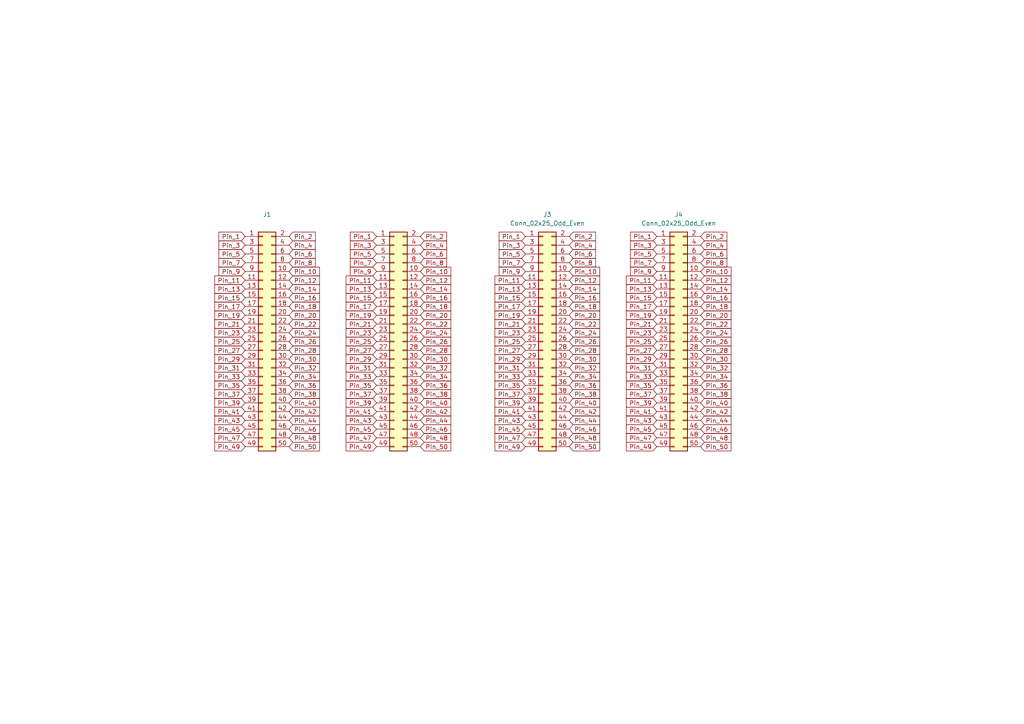
<source format=kicad_sch>
(kicad_sch
	(version 20231120)
	(generator "eeschema")
	(generator_version "8.0")
	(uuid "7197d0e8-bdf8-4692-aacb-27f10b530843")
	(paper "A4")
	(lib_symbols
		(symbol "Connector_Generic:Conn_02x25_Odd_Even"
			(pin_names
				(offset 1.016) hide)
			(exclude_from_sim no)
			(in_bom yes)
			(on_board yes)
			(property "Reference" "J"
				(at 1.27 33.02 0)
				(effects
					(font
						(size 1.27 1.27)
					)
				)
			)
			(property "Value" "Conn_02x25_Odd_Even"
				(at 1.27 -33.02 0)
				(effects
					(font
						(size 1.27 1.27)
					)
				)
			)
			(property "Footprint" ""
				(at 0 0 0)
				(effects
					(font
						(size 1.27 1.27)
					)
					(hide yes)
				)
			)
			(property "Datasheet" "~"
				(at 0 0 0)
				(effects
					(font
						(size 1.27 1.27)
					)
					(hide yes)
				)
			)
			(property "Description" "Generic connector, double row, 02x25, odd/even pin numbering scheme (row 1 odd numbers, row 2 even numbers), script generated (kicad-library-utils/schlib/autogen/connector/)"
				(at 0 0 0)
				(effects
					(font
						(size 1.27 1.27)
					)
					(hide yes)
				)
			)
			(property "ki_keywords" "connector"
				(at 0 0 0)
				(effects
					(font
						(size 1.27 1.27)
					)
					(hide yes)
				)
			)
			(property "ki_fp_filters" "Connector*:*_2x??_*"
				(at 0 0 0)
				(effects
					(font
						(size 1.27 1.27)
					)
					(hide yes)
				)
			)
			(symbol "Conn_02x25_Odd_Even_1_1"
				(rectangle
					(start -1.27 -30.353)
					(end 0 -30.607)
					(stroke
						(width 0.1524)
						(type default)
					)
					(fill
						(type none)
					)
				)
				(rectangle
					(start -1.27 -27.813)
					(end 0 -28.067)
					(stroke
						(width 0.1524)
						(type default)
					)
					(fill
						(type none)
					)
				)
				(rectangle
					(start -1.27 -25.273)
					(end 0 -25.527)
					(stroke
						(width 0.1524)
						(type default)
					)
					(fill
						(type none)
					)
				)
				(rectangle
					(start -1.27 -22.733)
					(end 0 -22.987)
					(stroke
						(width 0.1524)
						(type default)
					)
					(fill
						(type none)
					)
				)
				(rectangle
					(start -1.27 -20.193)
					(end 0 -20.447)
					(stroke
						(width 0.1524)
						(type default)
					)
					(fill
						(type none)
					)
				)
				(rectangle
					(start -1.27 -17.653)
					(end 0 -17.907)
					(stroke
						(width 0.1524)
						(type default)
					)
					(fill
						(type none)
					)
				)
				(rectangle
					(start -1.27 -15.113)
					(end 0 -15.367)
					(stroke
						(width 0.1524)
						(type default)
					)
					(fill
						(type none)
					)
				)
				(rectangle
					(start -1.27 -12.573)
					(end 0 -12.827)
					(stroke
						(width 0.1524)
						(type default)
					)
					(fill
						(type none)
					)
				)
				(rectangle
					(start -1.27 -10.033)
					(end 0 -10.287)
					(stroke
						(width 0.1524)
						(type default)
					)
					(fill
						(type none)
					)
				)
				(rectangle
					(start -1.27 -7.493)
					(end 0 -7.747)
					(stroke
						(width 0.1524)
						(type default)
					)
					(fill
						(type none)
					)
				)
				(rectangle
					(start -1.27 -4.953)
					(end 0 -5.207)
					(stroke
						(width 0.1524)
						(type default)
					)
					(fill
						(type none)
					)
				)
				(rectangle
					(start -1.27 -2.413)
					(end 0 -2.667)
					(stroke
						(width 0.1524)
						(type default)
					)
					(fill
						(type none)
					)
				)
				(rectangle
					(start -1.27 0.127)
					(end 0 -0.127)
					(stroke
						(width 0.1524)
						(type default)
					)
					(fill
						(type none)
					)
				)
				(rectangle
					(start -1.27 2.667)
					(end 0 2.413)
					(stroke
						(width 0.1524)
						(type default)
					)
					(fill
						(type none)
					)
				)
				(rectangle
					(start -1.27 5.207)
					(end 0 4.953)
					(stroke
						(width 0.1524)
						(type default)
					)
					(fill
						(type none)
					)
				)
				(rectangle
					(start -1.27 7.747)
					(end 0 7.493)
					(stroke
						(width 0.1524)
						(type default)
					)
					(fill
						(type none)
					)
				)
				(rectangle
					(start -1.27 10.287)
					(end 0 10.033)
					(stroke
						(width 0.1524)
						(type default)
					)
					(fill
						(type none)
					)
				)
				(rectangle
					(start -1.27 12.827)
					(end 0 12.573)
					(stroke
						(width 0.1524)
						(type default)
					)
					(fill
						(type none)
					)
				)
				(rectangle
					(start -1.27 15.367)
					(end 0 15.113)
					(stroke
						(width 0.1524)
						(type default)
					)
					(fill
						(type none)
					)
				)
				(rectangle
					(start -1.27 17.907)
					(end 0 17.653)
					(stroke
						(width 0.1524)
						(type default)
					)
					(fill
						(type none)
					)
				)
				(rectangle
					(start -1.27 20.447)
					(end 0 20.193)
					(stroke
						(width 0.1524)
						(type default)
					)
					(fill
						(type none)
					)
				)
				(rectangle
					(start -1.27 22.987)
					(end 0 22.733)
					(stroke
						(width 0.1524)
						(type default)
					)
					(fill
						(type none)
					)
				)
				(rectangle
					(start -1.27 25.527)
					(end 0 25.273)
					(stroke
						(width 0.1524)
						(type default)
					)
					(fill
						(type none)
					)
				)
				(rectangle
					(start -1.27 28.067)
					(end 0 27.813)
					(stroke
						(width 0.1524)
						(type default)
					)
					(fill
						(type none)
					)
				)
				(rectangle
					(start -1.27 30.607)
					(end 0 30.353)
					(stroke
						(width 0.1524)
						(type default)
					)
					(fill
						(type none)
					)
				)
				(rectangle
					(start -1.27 31.75)
					(end 3.81 -31.75)
					(stroke
						(width 0.254)
						(type default)
					)
					(fill
						(type background)
					)
				)
				(rectangle
					(start 3.81 -30.353)
					(end 2.54 -30.607)
					(stroke
						(width 0.1524)
						(type default)
					)
					(fill
						(type none)
					)
				)
				(rectangle
					(start 3.81 -27.813)
					(end 2.54 -28.067)
					(stroke
						(width 0.1524)
						(type default)
					)
					(fill
						(type none)
					)
				)
				(rectangle
					(start 3.81 -25.273)
					(end 2.54 -25.527)
					(stroke
						(width 0.1524)
						(type default)
					)
					(fill
						(type none)
					)
				)
				(rectangle
					(start 3.81 -22.733)
					(end 2.54 -22.987)
					(stroke
						(width 0.1524)
						(type default)
					)
					(fill
						(type none)
					)
				)
				(rectangle
					(start 3.81 -20.193)
					(end 2.54 -20.447)
					(stroke
						(width 0.1524)
						(type default)
					)
					(fill
						(type none)
					)
				)
				(rectangle
					(start 3.81 -17.653)
					(end 2.54 -17.907)
					(stroke
						(width 0.1524)
						(type default)
					)
					(fill
						(type none)
					)
				)
				(rectangle
					(start 3.81 -15.113)
					(end 2.54 -15.367)
					(stroke
						(width 0.1524)
						(type default)
					)
					(fill
						(type none)
					)
				)
				(rectangle
					(start 3.81 -12.573)
					(end 2.54 -12.827)
					(stroke
						(width 0.1524)
						(type default)
					)
					(fill
						(type none)
					)
				)
				(rectangle
					(start 3.81 -10.033)
					(end 2.54 -10.287)
					(stroke
						(width 0.1524)
						(type default)
					)
					(fill
						(type none)
					)
				)
				(rectangle
					(start 3.81 -7.493)
					(end 2.54 -7.747)
					(stroke
						(width 0.1524)
						(type default)
					)
					(fill
						(type none)
					)
				)
				(rectangle
					(start 3.81 -4.953)
					(end 2.54 -5.207)
					(stroke
						(width 0.1524)
						(type default)
					)
					(fill
						(type none)
					)
				)
				(rectangle
					(start 3.81 -2.413)
					(end 2.54 -2.667)
					(stroke
						(width 0.1524)
						(type default)
					)
					(fill
						(type none)
					)
				)
				(rectangle
					(start 3.81 0.127)
					(end 2.54 -0.127)
					(stroke
						(width 0.1524)
						(type default)
					)
					(fill
						(type none)
					)
				)
				(rectangle
					(start 3.81 2.667)
					(end 2.54 2.413)
					(stroke
						(width 0.1524)
						(type default)
					)
					(fill
						(type none)
					)
				)
				(rectangle
					(start 3.81 5.207)
					(end 2.54 4.953)
					(stroke
						(width 0.1524)
						(type default)
					)
					(fill
						(type none)
					)
				)
				(rectangle
					(start 3.81 7.747)
					(end 2.54 7.493)
					(stroke
						(width 0.1524)
						(type default)
					)
					(fill
						(type none)
					)
				)
				(rectangle
					(start 3.81 10.287)
					(end 2.54 10.033)
					(stroke
						(width 0.1524)
						(type default)
					)
					(fill
						(type none)
					)
				)
				(rectangle
					(start 3.81 12.827)
					(end 2.54 12.573)
					(stroke
						(width 0.1524)
						(type default)
					)
					(fill
						(type none)
					)
				)
				(rectangle
					(start 3.81 15.367)
					(end 2.54 15.113)
					(stroke
						(width 0.1524)
						(type default)
					)
					(fill
						(type none)
					)
				)
				(rectangle
					(start 3.81 17.907)
					(end 2.54 17.653)
					(stroke
						(width 0.1524)
						(type default)
					)
					(fill
						(type none)
					)
				)
				(rectangle
					(start 3.81 20.447)
					(end 2.54 20.193)
					(stroke
						(width 0.1524)
						(type default)
					)
					(fill
						(type none)
					)
				)
				(rectangle
					(start 3.81 22.987)
					(end 2.54 22.733)
					(stroke
						(width 0.1524)
						(type default)
					)
					(fill
						(type none)
					)
				)
				(rectangle
					(start 3.81 25.527)
					(end 2.54 25.273)
					(stroke
						(width 0.1524)
						(type default)
					)
					(fill
						(type none)
					)
				)
				(rectangle
					(start 3.81 28.067)
					(end 2.54 27.813)
					(stroke
						(width 0.1524)
						(type default)
					)
					(fill
						(type none)
					)
				)
				(rectangle
					(start 3.81 30.607)
					(end 2.54 30.353)
					(stroke
						(width 0.1524)
						(type default)
					)
					(fill
						(type none)
					)
				)
				(pin passive line
					(at -5.08 30.48 0)
					(length 3.81)
					(name "Pin_1"
						(effects
							(font
								(size 1.27 1.27)
							)
						)
					)
					(number "1"
						(effects
							(font
								(size 1.27 1.27)
							)
						)
					)
				)
				(pin passive line
					(at 7.62 20.32 180)
					(length 3.81)
					(name "Pin_10"
						(effects
							(font
								(size 1.27 1.27)
							)
						)
					)
					(number "10"
						(effects
							(font
								(size 1.27 1.27)
							)
						)
					)
				)
				(pin passive line
					(at -5.08 17.78 0)
					(length 3.81)
					(name "Pin_11"
						(effects
							(font
								(size 1.27 1.27)
							)
						)
					)
					(number "11"
						(effects
							(font
								(size 1.27 1.27)
							)
						)
					)
				)
				(pin passive line
					(at 7.62 17.78 180)
					(length 3.81)
					(name "Pin_12"
						(effects
							(font
								(size 1.27 1.27)
							)
						)
					)
					(number "12"
						(effects
							(font
								(size 1.27 1.27)
							)
						)
					)
				)
				(pin passive line
					(at -5.08 15.24 0)
					(length 3.81)
					(name "Pin_13"
						(effects
							(font
								(size 1.27 1.27)
							)
						)
					)
					(number "13"
						(effects
							(font
								(size 1.27 1.27)
							)
						)
					)
				)
				(pin passive line
					(at 7.62 15.24 180)
					(length 3.81)
					(name "Pin_14"
						(effects
							(font
								(size 1.27 1.27)
							)
						)
					)
					(number "14"
						(effects
							(font
								(size 1.27 1.27)
							)
						)
					)
				)
				(pin passive line
					(at -5.08 12.7 0)
					(length 3.81)
					(name "Pin_15"
						(effects
							(font
								(size 1.27 1.27)
							)
						)
					)
					(number "15"
						(effects
							(font
								(size 1.27 1.27)
							)
						)
					)
				)
				(pin passive line
					(at 7.62 12.7 180)
					(length 3.81)
					(name "Pin_16"
						(effects
							(font
								(size 1.27 1.27)
							)
						)
					)
					(number "16"
						(effects
							(font
								(size 1.27 1.27)
							)
						)
					)
				)
				(pin passive line
					(at -5.08 10.16 0)
					(length 3.81)
					(name "Pin_17"
						(effects
							(font
								(size 1.27 1.27)
							)
						)
					)
					(number "17"
						(effects
							(font
								(size 1.27 1.27)
							)
						)
					)
				)
				(pin passive line
					(at 7.62 10.16 180)
					(length 3.81)
					(name "Pin_18"
						(effects
							(font
								(size 1.27 1.27)
							)
						)
					)
					(number "18"
						(effects
							(font
								(size 1.27 1.27)
							)
						)
					)
				)
				(pin passive line
					(at -5.08 7.62 0)
					(length 3.81)
					(name "Pin_19"
						(effects
							(font
								(size 1.27 1.27)
							)
						)
					)
					(number "19"
						(effects
							(font
								(size 1.27 1.27)
							)
						)
					)
				)
				(pin passive line
					(at 7.62 30.48 180)
					(length 3.81)
					(name "Pin_2"
						(effects
							(font
								(size 1.27 1.27)
							)
						)
					)
					(number "2"
						(effects
							(font
								(size 1.27 1.27)
							)
						)
					)
				)
				(pin passive line
					(at 7.62 7.62 180)
					(length 3.81)
					(name "Pin_20"
						(effects
							(font
								(size 1.27 1.27)
							)
						)
					)
					(number "20"
						(effects
							(font
								(size 1.27 1.27)
							)
						)
					)
				)
				(pin passive line
					(at -5.08 5.08 0)
					(length 3.81)
					(name "Pin_21"
						(effects
							(font
								(size 1.27 1.27)
							)
						)
					)
					(number "21"
						(effects
							(font
								(size 1.27 1.27)
							)
						)
					)
				)
				(pin passive line
					(at 7.62 5.08 180)
					(length 3.81)
					(name "Pin_22"
						(effects
							(font
								(size 1.27 1.27)
							)
						)
					)
					(number "22"
						(effects
							(font
								(size 1.27 1.27)
							)
						)
					)
				)
				(pin passive line
					(at -5.08 2.54 0)
					(length 3.81)
					(name "Pin_23"
						(effects
							(font
								(size 1.27 1.27)
							)
						)
					)
					(number "23"
						(effects
							(font
								(size 1.27 1.27)
							)
						)
					)
				)
				(pin passive line
					(at 7.62 2.54 180)
					(length 3.81)
					(name "Pin_24"
						(effects
							(font
								(size 1.27 1.27)
							)
						)
					)
					(number "24"
						(effects
							(font
								(size 1.27 1.27)
							)
						)
					)
				)
				(pin passive line
					(at -5.08 0 0)
					(length 3.81)
					(name "Pin_25"
						(effects
							(font
								(size 1.27 1.27)
							)
						)
					)
					(number "25"
						(effects
							(font
								(size 1.27 1.27)
							)
						)
					)
				)
				(pin passive line
					(at 7.62 0 180)
					(length 3.81)
					(name "Pin_26"
						(effects
							(font
								(size 1.27 1.27)
							)
						)
					)
					(number "26"
						(effects
							(font
								(size 1.27 1.27)
							)
						)
					)
				)
				(pin passive line
					(at -5.08 -2.54 0)
					(length 3.81)
					(name "Pin_27"
						(effects
							(font
								(size 1.27 1.27)
							)
						)
					)
					(number "27"
						(effects
							(font
								(size 1.27 1.27)
							)
						)
					)
				)
				(pin passive line
					(at 7.62 -2.54 180)
					(length 3.81)
					(name "Pin_28"
						(effects
							(font
								(size 1.27 1.27)
							)
						)
					)
					(number "28"
						(effects
							(font
								(size 1.27 1.27)
							)
						)
					)
				)
				(pin passive line
					(at -5.08 -5.08 0)
					(length 3.81)
					(name "Pin_29"
						(effects
							(font
								(size 1.27 1.27)
							)
						)
					)
					(number "29"
						(effects
							(font
								(size 1.27 1.27)
							)
						)
					)
				)
				(pin passive line
					(at -5.08 27.94 0)
					(length 3.81)
					(name "Pin_3"
						(effects
							(font
								(size 1.27 1.27)
							)
						)
					)
					(number "3"
						(effects
							(font
								(size 1.27 1.27)
							)
						)
					)
				)
				(pin passive line
					(at 7.62 -5.08 180)
					(length 3.81)
					(name "Pin_30"
						(effects
							(font
								(size 1.27 1.27)
							)
						)
					)
					(number "30"
						(effects
							(font
								(size 1.27 1.27)
							)
						)
					)
				)
				(pin passive line
					(at -5.08 -7.62 0)
					(length 3.81)
					(name "Pin_31"
						(effects
							(font
								(size 1.27 1.27)
							)
						)
					)
					(number "31"
						(effects
							(font
								(size 1.27 1.27)
							)
						)
					)
				)
				(pin passive line
					(at 7.62 -7.62 180)
					(length 3.81)
					(name "Pin_32"
						(effects
							(font
								(size 1.27 1.27)
							)
						)
					)
					(number "32"
						(effects
							(font
								(size 1.27 1.27)
							)
						)
					)
				)
				(pin passive line
					(at -5.08 -10.16 0)
					(length 3.81)
					(name "Pin_33"
						(effects
							(font
								(size 1.27 1.27)
							)
						)
					)
					(number "33"
						(effects
							(font
								(size 1.27 1.27)
							)
						)
					)
				)
				(pin passive line
					(at 7.62 -10.16 180)
					(length 3.81)
					(name "Pin_34"
						(effects
							(font
								(size 1.27 1.27)
							)
						)
					)
					(number "34"
						(effects
							(font
								(size 1.27 1.27)
							)
						)
					)
				)
				(pin passive line
					(at -5.08 -12.7 0)
					(length 3.81)
					(name "Pin_35"
						(effects
							(font
								(size 1.27 1.27)
							)
						)
					)
					(number "35"
						(effects
							(font
								(size 1.27 1.27)
							)
						)
					)
				)
				(pin passive line
					(at 7.62 -12.7 180)
					(length 3.81)
					(name "Pin_36"
						(effects
							(font
								(size 1.27 1.27)
							)
						)
					)
					(number "36"
						(effects
							(font
								(size 1.27 1.27)
							)
						)
					)
				)
				(pin passive line
					(at -5.08 -15.24 0)
					(length 3.81)
					(name "Pin_37"
						(effects
							(font
								(size 1.27 1.27)
							)
						)
					)
					(number "37"
						(effects
							(font
								(size 1.27 1.27)
							)
						)
					)
				)
				(pin passive line
					(at 7.62 -15.24 180)
					(length 3.81)
					(name "Pin_38"
						(effects
							(font
								(size 1.27 1.27)
							)
						)
					)
					(number "38"
						(effects
							(font
								(size 1.27 1.27)
							)
						)
					)
				)
				(pin passive line
					(at -5.08 -17.78 0)
					(length 3.81)
					(name "Pin_39"
						(effects
							(font
								(size 1.27 1.27)
							)
						)
					)
					(number "39"
						(effects
							(font
								(size 1.27 1.27)
							)
						)
					)
				)
				(pin passive line
					(at 7.62 27.94 180)
					(length 3.81)
					(name "Pin_4"
						(effects
							(font
								(size 1.27 1.27)
							)
						)
					)
					(number "4"
						(effects
							(font
								(size 1.27 1.27)
							)
						)
					)
				)
				(pin passive line
					(at 7.62 -17.78 180)
					(length 3.81)
					(name "Pin_40"
						(effects
							(font
								(size 1.27 1.27)
							)
						)
					)
					(number "40"
						(effects
							(font
								(size 1.27 1.27)
							)
						)
					)
				)
				(pin passive line
					(at -5.08 -20.32 0)
					(length 3.81)
					(name "Pin_41"
						(effects
							(font
								(size 1.27 1.27)
							)
						)
					)
					(number "41"
						(effects
							(font
								(size 1.27 1.27)
							)
						)
					)
				)
				(pin passive line
					(at 7.62 -20.32 180)
					(length 3.81)
					(name "Pin_42"
						(effects
							(font
								(size 1.27 1.27)
							)
						)
					)
					(number "42"
						(effects
							(font
								(size 1.27 1.27)
							)
						)
					)
				)
				(pin passive line
					(at -5.08 -22.86 0)
					(length 3.81)
					(name "Pin_43"
						(effects
							(font
								(size 1.27 1.27)
							)
						)
					)
					(number "43"
						(effects
							(font
								(size 1.27 1.27)
							)
						)
					)
				)
				(pin passive line
					(at 7.62 -22.86 180)
					(length 3.81)
					(name "Pin_44"
						(effects
							(font
								(size 1.27 1.27)
							)
						)
					)
					(number "44"
						(effects
							(font
								(size 1.27 1.27)
							)
						)
					)
				)
				(pin passive line
					(at -5.08 -25.4 0)
					(length 3.81)
					(name "Pin_45"
						(effects
							(font
								(size 1.27 1.27)
							)
						)
					)
					(number "45"
						(effects
							(font
								(size 1.27 1.27)
							)
						)
					)
				)
				(pin passive line
					(at 7.62 -25.4 180)
					(length 3.81)
					(name "Pin_46"
						(effects
							(font
								(size 1.27 1.27)
							)
						)
					)
					(number "46"
						(effects
							(font
								(size 1.27 1.27)
							)
						)
					)
				)
				(pin passive line
					(at -5.08 -27.94 0)
					(length 3.81)
					(name "Pin_47"
						(effects
							(font
								(size 1.27 1.27)
							)
						)
					)
					(number "47"
						(effects
							(font
								(size 1.27 1.27)
							)
						)
					)
				)
				(pin passive line
					(at 7.62 -27.94 180)
					(length 3.81)
					(name "Pin_48"
						(effects
							(font
								(size 1.27 1.27)
							)
						)
					)
					(number "48"
						(effects
							(font
								(size 1.27 1.27)
							)
						)
					)
				)
				(pin passive line
					(at -5.08 -30.48 0)
					(length 3.81)
					(name "Pin_49"
						(effects
							(font
								(size 1.27 1.27)
							)
						)
					)
					(number "49"
						(effects
							(font
								(size 1.27 1.27)
							)
						)
					)
				)
				(pin passive line
					(at -5.08 25.4 0)
					(length 3.81)
					(name "Pin_5"
						(effects
							(font
								(size 1.27 1.27)
							)
						)
					)
					(number "5"
						(effects
							(font
								(size 1.27 1.27)
							)
						)
					)
				)
				(pin passive line
					(at 7.62 -30.48 180)
					(length 3.81)
					(name "Pin_50"
						(effects
							(font
								(size 1.27 1.27)
							)
						)
					)
					(number "50"
						(effects
							(font
								(size 1.27 1.27)
							)
						)
					)
				)
				(pin passive line
					(at 7.62 25.4 180)
					(length 3.81)
					(name "Pin_6"
						(effects
							(font
								(size 1.27 1.27)
							)
						)
					)
					(number "6"
						(effects
							(font
								(size 1.27 1.27)
							)
						)
					)
				)
				(pin passive line
					(at -5.08 22.86 0)
					(length 3.81)
					(name "Pin_7"
						(effects
							(font
								(size 1.27 1.27)
							)
						)
					)
					(number "7"
						(effects
							(font
								(size 1.27 1.27)
							)
						)
					)
				)
				(pin passive line
					(at 7.62 22.86 180)
					(length 3.81)
					(name "Pin_8"
						(effects
							(font
								(size 1.27 1.27)
							)
						)
					)
					(number "8"
						(effects
							(font
								(size 1.27 1.27)
							)
						)
					)
				)
				(pin passive line
					(at -5.08 20.32 0)
					(length 3.81)
					(name "Pin_9"
						(effects
							(font
								(size 1.27 1.27)
							)
						)
					)
					(number "9"
						(effects
							(font
								(size 1.27 1.27)
							)
						)
					)
				)
			)
		)
	)
	(global_label "Pin_26"
		(shape input)
		(at 83.82 99.06 0)
		(effects
			(font
				(size 1.27 1.27)
			)
			(justify left)
		)
		(uuid "01486a20-c42a-40a7-8122-f754dac2db72")
		(property "Intersheetrefs" "${INTERSHEET_REFS}"
			(at 83.82 99.06 0)
			(effects
				(font
					(size 1.27 1.27)
				)
				(hide yes)
			)
		)
	)
	(global_label "Pin_8"
		(shape input)
		(at 203.2 76.2 0)
		(effects
			(font
				(size 1.27 1.27)
			)
			(justify left)
		)
		(uuid "047e84a8-d164-4b6d-b949-4567e965a54c")
		(property "Intersheetrefs" "${INTERSHEET_REFS}"
			(at 203.2 76.2 0)
			(effects
				(font
					(size 1.27 1.27)
				)
				(hide yes)
			)
		)
	)
	(global_label "Pin_29"
		(shape input)
		(at 109.22 104.14 180)
		(effects
			(font
				(size 1.27 1.27)
			)
			(justify right)
		)
		(uuid "04b59edd-e3e6-46b8-83b9-8bb30a93959b")
		(property "Intersheetrefs" "${INTERSHEET_REFS}"
			(at 109.22 104.14 0)
			(effects
				(font
					(size 1.27 1.27)
				)
				(hide yes)
			)
		)
	)
	(global_label "Pin_24"
		(shape input)
		(at 203.2 96.52 0)
		(effects
			(font
				(size 1.27 1.27)
			)
			(justify left)
		)
		(uuid "057c946c-681b-4a6f-9b9e-f4e4a59acf55")
		(property "Intersheetrefs" "${INTERSHEET_REFS}"
			(at 203.2 96.52 0)
			(effects
				(font
					(size 1.27 1.27)
				)
				(hide yes)
			)
		)
	)
	(global_label "Pin_42"
		(shape input)
		(at 165.1 119.38 0)
		(effects
			(font
				(size 1.27 1.27)
			)
			(justify left)
		)
		(uuid "06a5b963-3bbc-4b32-a81f-7479ad14ca50")
		(property "Intersheetrefs" "${INTERSHEET_REFS}"
			(at 165.1 119.38 0)
			(effects
				(font
					(size 1.27 1.27)
				)
				(hide yes)
			)
		)
	)
	(global_label "Pin_46"
		(shape input)
		(at 203.2 124.46 0)
		(effects
			(font
				(size 1.27 1.27)
			)
			(justify left)
		)
		(uuid "08e1f45c-4fd5-422a-b415-7a38abf86341")
		(property "Intersheetrefs" "${INTERSHEET_REFS}"
			(at 203.2 124.46 0)
			(effects
				(font
					(size 1.27 1.27)
				)
				(hide yes)
			)
		)
	)
	(global_label "Pin_2"
		(shape input)
		(at 165.1 68.58 0)
		(effects
			(font
				(size 1.27 1.27)
			)
			(justify left)
		)
		(uuid "093b4aad-6807-428a-8b7a-1e31d02f640e")
		(property "Intersheetrefs" "${INTERSHEET_REFS}"
			(at 165.1 68.58 0)
			(effects
				(font
					(size 1.27 1.27)
				)
				(hide yes)
			)
		)
	)
	(global_label "Pin_17"
		(shape input)
		(at 190.5 88.9 180)
		(effects
			(font
				(size 1.27 1.27)
			)
			(justify right)
		)
		(uuid "09c09f30-9cc4-4eb9-be95-03cd8bf15592")
		(property "Intersheetrefs" "${INTERSHEET_REFS}"
			(at 190.5 88.9 0)
			(effects
				(font
					(size 1.27 1.27)
				)
				(hide yes)
			)
		)
	)
	(global_label "Pin_21"
		(shape input)
		(at 152.4 93.98 180)
		(effects
			(font
				(size 1.27 1.27)
			)
			(justify right)
		)
		(uuid "0c16b6c8-e597-4530-9cfa-1bba66e544f0")
		(property "Intersheetrefs" "${INTERSHEET_REFS}"
			(at 152.4 93.98 0)
			(effects
				(font
					(size 1.27 1.27)
				)
				(hide yes)
			)
		)
	)
	(global_label "Pin_33"
		(shape input)
		(at 152.4 109.22 180)
		(effects
			(font
				(size 1.27 1.27)
			)
			(justify right)
		)
		(uuid "0d3dc70e-b2a7-452b-9785-70d891049d09")
		(property "Intersheetrefs" "${INTERSHEET_REFS}"
			(at 152.4 109.22 0)
			(effects
				(font
					(size 1.27 1.27)
				)
				(hide yes)
			)
		)
	)
	(global_label "Pin_24"
		(shape input)
		(at 121.92 96.52 0)
		(effects
			(font
				(size 1.27 1.27)
			)
			(justify left)
		)
		(uuid "0d537b17-3791-4638-abb0-dc5c15e909c4")
		(property "Intersheetrefs" "${INTERSHEET_REFS}"
			(at 121.92 96.52 0)
			(effects
				(font
					(size 1.27 1.27)
				)
				(hide yes)
			)
		)
	)
	(global_label "Pin_13"
		(shape input)
		(at 152.4 83.82 180)
		(effects
			(font
				(size 1.27 1.27)
			)
			(justify right)
		)
		(uuid "0e3d9efb-6363-4fa5-b369-5f748245f9b4")
		(property "Intersheetrefs" "${INTERSHEET_REFS}"
			(at 152.4 83.82 0)
			(effects
				(font
					(size 1.27 1.27)
				)
				(hide yes)
			)
		)
	)
	(global_label "Pin_14"
		(shape input)
		(at 83.82 83.82 0)
		(effects
			(font
				(size 1.27 1.27)
			)
			(justify left)
		)
		(uuid "0f004865-7aa1-4bb2-a7e9-fa99f2376930")
		(property "Intersheetrefs" "${INTERSHEET_REFS}"
			(at 83.82 83.82 0)
			(effects
				(font
					(size 1.27 1.27)
				)
				(hide yes)
			)
		)
	)
	(global_label "Pin_16"
		(shape input)
		(at 121.92 86.36 0)
		(effects
			(font
				(size 1.27 1.27)
			)
			(justify left)
		)
		(uuid "11fc157f-4f19-4855-a841-97f71c2ecacf")
		(property "Intersheetrefs" "${INTERSHEET_REFS}"
			(at 121.92 86.36 0)
			(effects
				(font
					(size 1.27 1.27)
				)
				(hide yes)
			)
		)
	)
	(global_label "Pin_28"
		(shape input)
		(at 165.1 101.6 0)
		(effects
			(font
				(size 1.27 1.27)
			)
			(justify left)
		)
		(uuid "1217348f-3db1-4d3a-938e-2482cf02077c")
		(property "Intersheetrefs" "${INTERSHEET_REFS}"
			(at 165.1 101.6 0)
			(effects
				(font
					(size 1.27 1.27)
				)
				(hide yes)
			)
		)
	)
	(global_label "Pin_1"
		(shape input)
		(at 190.5 68.58 180)
		(effects
			(font
				(size 1.27 1.27)
			)
			(justify right)
		)
		(uuid "139a9d08-8bbe-4573-9b48-d49334e45621")
		(property "Intersheetrefs" "${INTERSHEET_REFS}"
			(at 190.5 68.58 0)
			(effects
				(font
					(size 1.27 1.27)
				)
				(hide yes)
			)
		)
	)
	(global_label "Pin_9"
		(shape input)
		(at 190.5 78.74 180)
		(effects
			(font
				(size 1.27 1.27)
			)
			(justify right)
		)
		(uuid "14a4fae6-f018-4248-9cc5-c30af8a6d646")
		(property "Intersheetrefs" "${INTERSHEET_REFS}"
			(at 190.5 78.74 0)
			(effects
				(font
					(size 1.27 1.27)
				)
				(hide yes)
			)
		)
	)
	(global_label "Pin_39"
		(shape input)
		(at 152.4 116.84 180)
		(effects
			(font
				(size 1.27 1.27)
			)
			(justify right)
		)
		(uuid "14feb762-5c82-48b6-9d3a-b243e30df2a9")
		(property "Intersheetrefs" "${INTERSHEET_REFS}"
			(at 152.4 116.84 0)
			(effects
				(font
					(size 1.27 1.27)
				)
				(hide yes)
			)
		)
	)
	(global_label "Pin_16"
		(shape input)
		(at 165.1 86.36 0)
		(effects
			(font
				(size 1.27 1.27)
			)
			(justify left)
		)
		(uuid "16e75faf-6b99-4b3c-a550-96e1a9fed674")
		(property "Intersheetrefs" "${INTERSHEET_REFS}"
			(at 165.1 86.36 0)
			(effects
				(font
					(size 1.27 1.27)
				)
				(hide yes)
			)
		)
	)
	(global_label "Pin_46"
		(shape input)
		(at 165.1 124.46 0)
		(effects
			(font
				(size 1.27 1.27)
			)
			(justify left)
		)
		(uuid "17731ed4-7ee5-4418-ab8e-113e9ac3a31b")
		(property "Intersheetrefs" "${INTERSHEET_REFS}"
			(at 165.1 124.46 0)
			(effects
				(font
					(size 1.27 1.27)
				)
				(hide yes)
			)
		)
	)
	(global_label "Pin_43"
		(shape input)
		(at 190.5 121.92 180)
		(effects
			(font
				(size 1.27 1.27)
			)
			(justify right)
		)
		(uuid "17d2da91-a82e-41de-9e5e-673cf1c383fb")
		(property "Intersheetrefs" "${INTERSHEET_REFS}"
			(at 190.5 121.92 0)
			(effects
				(font
					(size 1.27 1.27)
				)
				(hide yes)
			)
		)
	)
	(global_label "Pin_33"
		(shape input)
		(at 190.5 109.22 180)
		(effects
			(font
				(size 1.27 1.27)
			)
			(justify right)
		)
		(uuid "1de7771b-60fb-4808-b8e8-e23fb76824eb")
		(property "Intersheetrefs" "${INTERSHEET_REFS}"
			(at 190.5 109.22 0)
			(effects
				(font
					(size 1.27 1.27)
				)
				(hide yes)
			)
		)
	)
	(global_label "Pin_39"
		(shape input)
		(at 109.22 116.84 180)
		(effects
			(font
				(size 1.27 1.27)
			)
			(justify right)
		)
		(uuid "1e16be1d-97ba-4d2c-9a33-e2267f8fd188")
		(property "Intersheetrefs" "${INTERSHEET_REFS}"
			(at 109.22 116.84 0)
			(effects
				(font
					(size 1.27 1.27)
				)
				(hide yes)
			)
		)
	)
	(global_label "Pin_36"
		(shape input)
		(at 203.2 111.76 0)
		(effects
			(font
				(size 1.27 1.27)
			)
			(justify left)
		)
		(uuid "1e2d6a50-2e17-4a22-8163-ca0f15353134")
		(property "Intersheetrefs" "${INTERSHEET_REFS}"
			(at 203.2 111.76 0)
			(effects
				(font
					(size 1.27 1.27)
				)
				(hide yes)
			)
		)
	)
	(global_label "Pin_26"
		(shape input)
		(at 121.92 99.06 0)
		(effects
			(font
				(size 1.27 1.27)
			)
			(justify left)
		)
		(uuid "1fbf28a3-2ef5-4398-821f-9e948dc6e878")
		(property "Intersheetrefs" "${INTERSHEET_REFS}"
			(at 121.92 99.06 0)
			(effects
				(font
					(size 1.27 1.27)
				)
				(hide yes)
			)
		)
	)
	(global_label "Pin_23"
		(shape input)
		(at 190.5 96.52 180)
		(effects
			(font
				(size 1.27 1.27)
			)
			(justify right)
		)
		(uuid "2266cbd3-2d66-4f6c-b5db-840fe4604093")
		(property "Intersheetrefs" "${INTERSHEET_REFS}"
			(at 190.5 96.52 0)
			(effects
				(font
					(size 1.27 1.27)
				)
				(hide yes)
			)
		)
	)
	(global_label "Pin_1"
		(shape input)
		(at 109.22 68.58 180)
		(effects
			(font
				(size 1.27 1.27)
			)
			(justify right)
		)
		(uuid "239c0807-ab08-4322-8de6-beacc3b41da8")
		(property "Intersheetrefs" "${INTERSHEET_REFS}"
			(at 109.22 68.58 0)
			(effects
				(font
					(size 1.27 1.27)
				)
				(hide yes)
			)
		)
	)
	(global_label "Pin_25"
		(shape input)
		(at 71.12 99.06 180)
		(effects
			(font
				(size 1.27 1.27)
			)
			(justify right)
		)
		(uuid "24a3eb0b-42ba-475d-a677-979e3915d248")
		(property "Intersheetrefs" "${INTERSHEET_REFS}"
			(at 71.12 99.06 0)
			(effects
				(font
					(size 1.27 1.27)
				)
				(hide yes)
			)
		)
	)
	(global_label "Pin_3"
		(shape input)
		(at 71.12 71.12 180)
		(effects
			(font
				(size 1.27 1.27)
			)
			(justify right)
		)
		(uuid "24d2dd00-d546-4473-a5f5-ff4c558d46a9")
		(property "Intersheetrefs" "${INTERSHEET_REFS}"
			(at 71.12 71.12 0)
			(effects
				(font
					(size 1.27 1.27)
				)
				(hide yes)
			)
		)
	)
	(global_label "Pin_2"
		(shape input)
		(at 121.92 68.58 0)
		(effects
			(font
				(size 1.27 1.27)
			)
			(justify left)
		)
		(uuid "2586b29e-de75-4c09-94c7-4c705bc67baa")
		(property "Intersheetrefs" "${INTERSHEET_REFS}"
			(at 121.92 68.58 0)
			(effects
				(font
					(size 1.27 1.27)
				)
				(hide yes)
			)
		)
	)
	(global_label "Pin_2"
		(shape input)
		(at 83.82 68.58 0)
		(effects
			(font
				(size 1.27 1.27)
			)
			(justify left)
		)
		(uuid "2646dfa6-1486-4f71-a756-1eb54248332c")
		(property "Intersheetrefs" "${INTERSHEET_REFS}"
			(at 83.82 68.58 0)
			(effects
				(font
					(size 1.27 1.27)
				)
				(hide yes)
			)
		)
	)
	(global_label "Pin_22"
		(shape input)
		(at 203.2 93.98 0)
		(effects
			(font
				(size 1.27 1.27)
			)
			(justify left)
		)
		(uuid "26717f72-4738-4280-a285-ffb140b4ffc4")
		(property "Intersheetrefs" "${INTERSHEET_REFS}"
			(at 203.2 93.98 0)
			(effects
				(font
					(size 1.27 1.27)
				)
				(hide yes)
			)
		)
	)
	(global_label "Pin_3"
		(shape input)
		(at 109.22 71.12 180)
		(effects
			(font
				(size 1.27 1.27)
			)
			(justify right)
		)
		(uuid "26d588ce-2b03-46af-a7eb-934605f316ca")
		(property "Intersheetrefs" "${INTERSHEET_REFS}"
			(at 109.22 71.12 0)
			(effects
				(font
					(size 1.27 1.27)
				)
				(hide yes)
			)
		)
	)
	(global_label "Pin_9"
		(shape input)
		(at 152.4 78.74 180)
		(effects
			(font
				(size 1.27 1.27)
			)
			(justify right)
		)
		(uuid "27256027-407c-4cf5-a5ea-b5b2d52c900f")
		(property "Intersheetrefs" "${INTERSHEET_REFS}"
			(at 152.4 78.74 0)
			(effects
				(font
					(size 1.27 1.27)
				)
				(hide yes)
			)
		)
	)
	(global_label "Pin_47"
		(shape input)
		(at 152.4 127 180)
		(effects
			(font
				(size 1.27 1.27)
			)
			(justify right)
		)
		(uuid "2b77e5d3-5016-4c9d-9ce9-ec93f48d15b9")
		(property "Intersheetrefs" "${INTERSHEET_REFS}"
			(at 152.4 127 0)
			(effects
				(font
					(size 1.27 1.27)
				)
				(hide yes)
			)
		)
	)
	(global_label "Pin_20"
		(shape input)
		(at 165.1 91.44 0)
		(effects
			(font
				(size 1.27 1.27)
			)
			(justify left)
		)
		(uuid "2b8dfbad-12d5-4019-8164-27a3b0f615c3")
		(property "Intersheetrefs" "${INTERSHEET_REFS}"
			(at 165.1 91.44 0)
			(effects
				(font
					(size 1.27 1.27)
				)
				(hide yes)
			)
		)
	)
	(global_label "Pin_13"
		(shape input)
		(at 109.22 83.82 180)
		(effects
			(font
				(size 1.27 1.27)
			)
			(justify right)
		)
		(uuid "2bca3bdf-d922-4b3f-ae2c-ca48387995f3")
		(property "Intersheetrefs" "${INTERSHEET_REFS}"
			(at 109.22 83.82 0)
			(effects
				(font
					(size 1.27 1.27)
				)
				(hide yes)
			)
		)
	)
	(global_label "Pin_34"
		(shape input)
		(at 121.92 109.22 0)
		(effects
			(font
				(size 1.27 1.27)
			)
			(justify left)
		)
		(uuid "2cf39502-72cb-448f-915d-6953bb8392bd")
		(property "Intersheetrefs" "${INTERSHEET_REFS}"
			(at 121.92 109.22 0)
			(effects
				(font
					(size 1.27 1.27)
				)
				(hide yes)
			)
		)
	)
	(global_label "Pin_29"
		(shape input)
		(at 152.4 104.14 180)
		(effects
			(font
				(size 1.27 1.27)
			)
			(justify right)
		)
		(uuid "2df7d5d5-7d26-4bad-9789-b33d9a39964d")
		(property "Intersheetrefs" "${INTERSHEET_REFS}"
			(at 152.4 104.14 0)
			(effects
				(font
					(size 1.27 1.27)
				)
				(hide yes)
			)
		)
	)
	(global_label "Pin_4"
		(shape input)
		(at 165.1 71.12 0)
		(effects
			(font
				(size 1.27 1.27)
			)
			(justify left)
		)
		(uuid "2e917ab0-c7b6-412a-9e35-22a0787489c0")
		(property "Intersheetrefs" "${INTERSHEET_REFS}"
			(at 165.1 71.12 0)
			(effects
				(font
					(size 1.27 1.27)
				)
				(hide yes)
			)
		)
	)
	(global_label "Pin_40"
		(shape input)
		(at 83.82 116.84 0)
		(effects
			(font
				(size 1.27 1.27)
			)
			(justify left)
		)
		(uuid "2f7ed012-b01b-4f0e-8f56-4278ec8a8389")
		(property "Intersheetrefs" "${INTERSHEET_REFS}"
			(at 83.82 116.84 0)
			(effects
				(font
					(size 1.27 1.27)
				)
				(hide yes)
			)
		)
	)
	(global_label "Pin_41"
		(shape input)
		(at 190.5 119.38 180)
		(effects
			(font
				(size 1.27 1.27)
			)
			(justify right)
		)
		(uuid "30ef81f7-cd73-4c3a-82ad-b164f7e7cfee")
		(property "Intersheetrefs" "${INTERSHEET_REFS}"
			(at 190.5 119.38 0)
			(effects
				(font
					(size 1.27 1.27)
				)
				(hide yes)
			)
		)
	)
	(global_label "Pin_40"
		(shape input)
		(at 121.92 116.84 0)
		(effects
			(font
				(size 1.27 1.27)
			)
			(justify left)
		)
		(uuid "31fc240c-f423-40a9-a9c3-de8674b2fb93")
		(property "Intersheetrefs" "${INTERSHEET_REFS}"
			(at 121.92 116.84 0)
			(effects
				(font
					(size 1.27 1.27)
				)
				(hide yes)
			)
		)
	)
	(global_label "Pin_21"
		(shape input)
		(at 71.12 93.98 180)
		(effects
			(font
				(size 1.27 1.27)
			)
			(justify right)
		)
		(uuid "3224de62-145f-4a18-89af-48c3534b07d6")
		(property "Intersheetrefs" "${INTERSHEET_REFS}"
			(at 71.12 93.98 0)
			(effects
				(font
					(size 1.27 1.27)
				)
				(hide yes)
			)
		)
	)
	(global_label "Pin_12"
		(shape input)
		(at 83.82 81.28 0)
		(effects
			(font
				(size 1.27 1.27)
			)
			(justify left)
		)
		(uuid "3242ef6b-62a3-4401-ad03-6d7b0f3dc8ed")
		(property "Intersheetrefs" "${INTERSHEET_REFS}"
			(at 83.82 81.28 0)
			(effects
				(font
					(size 1.27 1.27)
				)
				(hide yes)
			)
		)
	)
	(global_label "Pin_48"
		(shape input)
		(at 83.82 127 0)
		(effects
			(font
				(size 1.27 1.27)
			)
			(justify left)
		)
		(uuid "3294cae2-726d-4ee2-b674-d4b2cc197263")
		(property "Intersheetrefs" "${INTERSHEET_REFS}"
			(at 83.82 127 0)
			(effects
				(font
					(size 1.27 1.27)
				)
				(hide yes)
			)
		)
	)
	(global_label "Pin_19"
		(shape input)
		(at 109.22 91.44 180)
		(effects
			(font
				(size 1.27 1.27)
			)
			(justify right)
		)
		(uuid "3303f889-7ad3-4014-8e8d-91cb58f098df")
		(property "Intersheetrefs" "${INTERSHEET_REFS}"
			(at 109.22 91.44 0)
			(effects
				(font
					(size 1.27 1.27)
				)
				(hide yes)
			)
		)
	)
	(global_label "Pin_47"
		(shape input)
		(at 71.12 127 180)
		(effects
			(font
				(size 1.27 1.27)
			)
			(justify right)
		)
		(uuid "33188277-bf6d-4b42-aa3a-79ca4d78e31c")
		(property "Intersheetrefs" "${INTERSHEET_REFS}"
			(at 71.12 127 0)
			(effects
				(font
					(size 1.27 1.27)
				)
				(hide yes)
			)
		)
	)
	(global_label "Pin_11"
		(shape input)
		(at 190.5 81.28 180)
		(effects
			(font
				(size 1.27 1.27)
			)
			(justify right)
		)
		(uuid "336d2c37-0634-42ee-9cb2-9e7f7a675827")
		(property "Intersheetrefs" "${INTERSHEET_REFS}"
			(at 190.5 81.28 0)
			(effects
				(font
					(size 1.27 1.27)
				)
				(hide yes)
			)
		)
	)
	(global_label "Pin_18"
		(shape input)
		(at 203.2 88.9 0)
		(effects
			(font
				(size 1.27 1.27)
			)
			(justify left)
		)
		(uuid "351a39fb-afb3-4000-aa9d-21864b2972e7")
		(property "Intersheetrefs" "${INTERSHEET_REFS}"
			(at 203.2 88.9 0)
			(effects
				(font
					(size 1.27 1.27)
				)
				(hide yes)
			)
		)
	)
	(global_label "Pin_25"
		(shape input)
		(at 190.5 99.06 180)
		(effects
			(font
				(size 1.27 1.27)
			)
			(justify right)
		)
		(uuid "351e376e-e40e-4cc3-b226-3987528a6f88")
		(property "Intersheetrefs" "${INTERSHEET_REFS}"
			(at 190.5 99.06 0)
			(effects
				(font
					(size 1.27 1.27)
				)
				(hide yes)
			)
		)
	)
	(global_label "Pin_35"
		(shape input)
		(at 152.4 111.76 180)
		(effects
			(font
				(size 1.27 1.27)
			)
			(justify right)
		)
		(uuid "3568094f-77d3-4d90-85f7-35833d427227")
		(property "Intersheetrefs" "${INTERSHEET_REFS}"
			(at 152.4 111.76 0)
			(effects
				(font
					(size 1.27 1.27)
				)
				(hide yes)
			)
		)
	)
	(global_label "Pin_36"
		(shape input)
		(at 121.92 111.76 0)
		(effects
			(font
				(size 1.27 1.27)
			)
			(justify left)
		)
		(uuid "36484a23-397f-4160-8f64-580830c97d88")
		(property "Intersheetrefs" "${INTERSHEET_REFS}"
			(at 121.92 111.76 0)
			(effects
				(font
					(size 1.27 1.27)
				)
				(hide yes)
			)
		)
	)
	(global_label "Pin_48"
		(shape input)
		(at 121.92 127 0)
		(effects
			(font
				(size 1.27 1.27)
			)
			(justify left)
		)
		(uuid "3c14f161-db89-401f-ad87-5d5f4c047461")
		(property "Intersheetrefs" "${INTERSHEET_REFS}"
			(at 121.92 127 0)
			(effects
				(font
					(size 1.27 1.27)
				)
				(hide yes)
			)
		)
	)
	(global_label "Pin_31"
		(shape input)
		(at 71.12 106.68 180)
		(effects
			(font
				(size 1.27 1.27)
			)
			(justify right)
		)
		(uuid "3c492fad-1e2c-4c5b-b6d5-1371a3038e23")
		(property "Intersheetrefs" "${INTERSHEET_REFS}"
			(at 71.12 106.68 0)
			(effects
				(font
					(size 1.27 1.27)
				)
				(hide yes)
			)
		)
	)
	(global_label "Pin_6"
		(shape input)
		(at 83.82 73.66 0)
		(effects
			(font
				(size 1.27 1.27)
			)
			(justify left)
		)
		(uuid "3c608716-83e0-43f5-94b2-628273417501")
		(property "Intersheetrefs" "${INTERSHEET_REFS}"
			(at 83.82 73.66 0)
			(effects
				(font
					(size 1.27 1.27)
				)
				(hide yes)
			)
		)
	)
	(global_label "Pin_48"
		(shape input)
		(at 165.1 127 0)
		(effects
			(font
				(size 1.27 1.27)
			)
			(justify left)
		)
		(uuid "3e3d671c-e110-4e19-8275-ad1fdfc11d74")
		(property "Intersheetrefs" "${INTERSHEET_REFS}"
			(at 165.1 127 0)
			(effects
				(font
					(size 1.27 1.27)
				)
				(hide yes)
			)
		)
	)
	(global_label "Pin_7"
		(shape input)
		(at 152.4 76.2 180)
		(effects
			(font
				(size 1.27 1.27)
			)
			(justify right)
		)
		(uuid "3e9c005f-fd1b-46ba-a70f-5b286faa62f6")
		(property "Intersheetrefs" "${INTERSHEET_REFS}"
			(at 152.4 76.2 0)
			(effects
				(font
					(size 1.27 1.27)
				)
				(hide yes)
			)
		)
	)
	(global_label "Pin_50"
		(shape input)
		(at 121.92 129.54 0)
		(effects
			(font
				(size 1.27 1.27)
			)
			(justify left)
		)
		(uuid "433b2fb9-b316-425e-ad72-699cc88b8ca9")
		(property "Intersheetrefs" "${INTERSHEET_REFS}"
			(at 121.92 129.54 0)
			(effects
				(font
					(size 1.27 1.27)
				)
				(hide yes)
			)
		)
	)
	(global_label "Pin_30"
		(shape input)
		(at 203.2 104.14 0)
		(effects
			(font
				(size 1.27 1.27)
			)
			(justify left)
		)
		(uuid "4362a84e-7019-4807-920f-484e0393aa71")
		(property "Intersheetrefs" "${INTERSHEET_REFS}"
			(at 203.2 104.14 0)
			(effects
				(font
					(size 1.27 1.27)
				)
				(hide yes)
			)
		)
	)
	(global_label "Pin_44"
		(shape input)
		(at 165.1 121.92 0)
		(effects
			(font
				(size 1.27 1.27)
			)
			(justify left)
		)
		(uuid "454915b0-f85b-46ed-8496-c8469ff8a5e7")
		(property "Intersheetrefs" "${INTERSHEET_REFS}"
			(at 165.1 121.92 0)
			(effects
				(font
					(size 1.27 1.27)
				)
				(hide yes)
			)
		)
	)
	(global_label "Pin_36"
		(shape input)
		(at 83.82 111.76 0)
		(effects
			(font
				(size 1.27 1.27)
			)
			(justify left)
		)
		(uuid "47bd174a-05ca-4156-a152-72c8f7490bf0")
		(property "Intersheetrefs" "${INTERSHEET_REFS}"
			(at 83.82 111.76 0)
			(effects
				(font
					(size 1.27 1.27)
				)
				(hide yes)
			)
		)
	)
	(global_label "Pin_16"
		(shape input)
		(at 83.82 86.36 0)
		(effects
			(font
				(size 1.27 1.27)
			)
			(justify left)
		)
		(uuid "47c3cb57-c85b-4e14-bdb4-0adf1a82df2d")
		(property "Intersheetrefs" "${INTERSHEET_REFS}"
			(at 83.82 86.36 0)
			(effects
				(font
					(size 1.27 1.27)
				)
				(hide yes)
			)
		)
	)
	(global_label "Pin_35"
		(shape input)
		(at 109.22 111.76 180)
		(effects
			(font
				(size 1.27 1.27)
			)
			(justify right)
		)
		(uuid "48283077-ce74-4bcc-b632-012821cf4c18")
		(property "Intersheetrefs" "${INTERSHEET_REFS}"
			(at 109.22 111.76 0)
			(effects
				(font
					(size 1.27 1.27)
				)
				(hide yes)
			)
		)
	)
	(global_label "Pin_10"
		(shape input)
		(at 203.2 78.74 0)
		(effects
			(font
				(size 1.27 1.27)
			)
			(justify left)
		)
		(uuid "48bb180c-d65d-4c86-bcad-51e88459c81e")
		(property "Intersheetrefs" "${INTERSHEET_REFS}"
			(at 203.2 78.74 0)
			(effects
				(font
					(size 1.27 1.27)
				)
				(hide yes)
			)
		)
	)
	(global_label "Pin_20"
		(shape input)
		(at 121.92 91.44 0)
		(effects
			(font
				(size 1.27 1.27)
			)
			(justify left)
		)
		(uuid "48c20fbb-e38c-4105-8e3b-0800fec3a65a")
		(property "Intersheetrefs" "${INTERSHEET_REFS}"
			(at 121.92 91.44 0)
			(effects
				(font
					(size 1.27 1.27)
				)
				(hide yes)
			)
		)
	)
	(global_label "Pin_49"
		(shape input)
		(at 71.12 129.54 180)
		(effects
			(font
				(size 1.27 1.27)
			)
			(justify right)
		)
		(uuid "49323cd7-3c0f-435d-856e-00d7d7faf283")
		(property "Intersheetrefs" "${INTERSHEET_REFS}"
			(at 71.12 129.54 0)
			(effects
				(font
					(size 1.27 1.27)
				)
				(hide yes)
			)
		)
	)
	(global_label "Pin_32"
		(shape input)
		(at 203.2 106.68 0)
		(effects
			(font
				(size 1.27 1.27)
			)
			(justify left)
		)
		(uuid "494cd3cb-45ec-4437-aea4-bbb04d95a0b6")
		(property "Intersheetrefs" "${INTERSHEET_REFS}"
			(at 203.2 106.68 0)
			(effects
				(font
					(size 1.27 1.27)
				)
				(hide yes)
			)
		)
	)
	(global_label "Pin_32"
		(shape input)
		(at 83.82 106.68 0)
		(effects
			(font
				(size 1.27 1.27)
			)
			(justify left)
		)
		(uuid "498959ee-9539-44ca-a81a-7994d2e1a44f")
		(property "Intersheetrefs" "${INTERSHEET_REFS}"
			(at 83.82 106.68 0)
			(effects
				(font
					(size 1.27 1.27)
				)
				(hide yes)
			)
		)
	)
	(global_label "Pin_39"
		(shape input)
		(at 71.12 116.84 180)
		(effects
			(font
				(size 1.27 1.27)
			)
			(justify right)
		)
		(uuid "4aa217d4-7bc3-43a2-b0bd-8813270bf8c2")
		(property "Intersheetrefs" "${INTERSHEET_REFS}"
			(at 71.12 116.84 0)
			(effects
				(font
					(size 1.27 1.27)
				)
				(hide yes)
			)
		)
	)
	(global_label "Pin_27"
		(shape input)
		(at 71.12 101.6 180)
		(effects
			(font
				(size 1.27 1.27)
			)
			(justify right)
		)
		(uuid "4f87536c-58db-4d86-ba28-6fd2b1afa9b7")
		(property "Intersheetrefs" "${INTERSHEET_REFS}"
			(at 71.12 101.6 0)
			(effects
				(font
					(size 1.27 1.27)
				)
				(hide yes)
			)
		)
	)
	(global_label "Pin_6"
		(shape input)
		(at 203.2 73.66 0)
		(effects
			(font
				(size 1.27 1.27)
			)
			(justify left)
		)
		(uuid "50a25291-1d0a-4ca5-b202-4d0b36c75efa")
		(property "Intersheetrefs" "${INTERSHEET_REFS}"
			(at 203.2 73.66 0)
			(effects
				(font
					(size 1.27 1.27)
				)
				(hide yes)
			)
		)
	)
	(global_label "Pin_41"
		(shape input)
		(at 152.4 119.38 180)
		(effects
			(font
				(size 1.27 1.27)
			)
			(justify right)
		)
		(uuid "528a410a-6876-4a80-90ab-3cbac26cdfa1")
		(property "Intersheetrefs" "${INTERSHEET_REFS}"
			(at 152.4 119.38 0)
			(effects
				(font
					(size 1.27 1.27)
				)
				(hide yes)
			)
		)
	)
	(global_label "Pin_15"
		(shape input)
		(at 190.5 86.36 180)
		(effects
			(font
				(size 1.27 1.27)
			)
			(justify right)
		)
		(uuid "55143e1f-9ce3-4a68-9939-5fae81377e0e")
		(property "Intersheetrefs" "${INTERSHEET_REFS}"
			(at 190.5 86.36 0)
			(effects
				(font
					(size 1.27 1.27)
				)
				(hide yes)
			)
		)
	)
	(global_label "Pin_3"
		(shape input)
		(at 190.5 71.12 180)
		(effects
			(font
				(size 1.27 1.27)
			)
			(justify right)
		)
		(uuid "56a26155-7584-482e-9106-b8b823f7970b")
		(property "Intersheetrefs" "${INTERSHEET_REFS}"
			(at 190.5 71.12 0)
			(effects
				(font
					(size 1.27 1.27)
				)
				(hide yes)
			)
		)
	)
	(global_label "Pin_17"
		(shape input)
		(at 152.4 88.9 180)
		(effects
			(font
				(size 1.27 1.27)
			)
			(justify right)
		)
		(uuid "56ba12bf-1d7b-45cd-a856-1450124c6356")
		(property "Intersheetrefs" "${INTERSHEET_REFS}"
			(at 152.4 88.9 0)
			(effects
				(font
					(size 1.27 1.27)
				)
				(hide yes)
			)
		)
	)
	(global_label "Pin_40"
		(shape input)
		(at 165.1 116.84 0)
		(effects
			(font
				(size 1.27 1.27)
			)
			(justify left)
		)
		(uuid "5b97762f-e91b-482f-9350-c7d50c432de6")
		(property "Intersheetrefs" "${INTERSHEET_REFS}"
			(at 165.1 116.84 0)
			(effects
				(font
					(size 1.27 1.27)
				)
				(hide yes)
			)
		)
	)
	(global_label "Pin_1"
		(shape input)
		(at 152.4 68.58 180)
		(effects
			(font
				(size 1.27 1.27)
			)
			(justify right)
		)
		(uuid "5dd2876f-6640-4325-87ba-9336190c022a")
		(property "Intersheetrefs" "${INTERSHEET_REFS}"
			(at 152.4 68.58 0)
			(effects
				(font
					(size 1.27 1.27)
				)
				(hide yes)
			)
		)
	)
	(global_label "Pin_38"
		(shape input)
		(at 165.1 114.3 0)
		(effects
			(font
				(size 1.27 1.27)
			)
			(justify left)
		)
		(uuid "5ed421f9-c8fb-423b-b68d-13e341489967")
		(property "Intersheetrefs" "${INTERSHEET_REFS}"
			(at 165.1 114.3 0)
			(effects
				(font
					(size 1.27 1.27)
				)
				(hide yes)
			)
		)
	)
	(global_label "Pin_14"
		(shape input)
		(at 165.1 83.82 0)
		(effects
			(font
				(size 1.27 1.27)
			)
			(justify left)
		)
		(uuid "5ef07df6-c680-4111-a734-65a52a58043a")
		(property "Intersheetrefs" "${INTERSHEET_REFS}"
			(at 165.1 83.82 0)
			(effects
				(font
					(size 1.27 1.27)
				)
				(hide yes)
			)
		)
	)
	(global_label "Pin_5"
		(shape input)
		(at 152.4 73.66 180)
		(effects
			(font
				(size 1.27 1.27)
			)
			(justify right)
		)
		(uuid "601de1fb-63cf-42ba-bde6-28140b4b8674")
		(property "Intersheetrefs" "${INTERSHEET_REFS}"
			(at 152.4 73.66 0)
			(effects
				(font
					(size 1.27 1.27)
				)
				(hide yes)
			)
		)
	)
	(global_label "Pin_24"
		(shape input)
		(at 83.82 96.52 0)
		(effects
			(font
				(size 1.27 1.27)
			)
			(justify left)
		)
		(uuid "60b178a6-b7b2-4c6f-b435-da013165af4b")
		(property "Intersheetrefs" "${INTERSHEET_REFS}"
			(at 83.82 96.52 0)
			(effects
				(font
					(size 1.27 1.27)
				)
				(hide yes)
			)
		)
	)
	(global_label "Pin_23"
		(shape input)
		(at 152.4 96.52 180)
		(effects
			(font
				(size 1.27 1.27)
			)
			(justify right)
		)
		(uuid "62c41817-d456-4d01-ba2c-6c1fc2171f63")
		(property "Intersheetrefs" "${INTERSHEET_REFS}"
			(at 152.4 96.52 0)
			(effects
				(font
					(size 1.27 1.27)
				)
				(hide yes)
			)
		)
	)
	(global_label "Pin_37"
		(shape input)
		(at 71.12 114.3 180)
		(effects
			(font
				(size 1.27 1.27)
			)
			(justify right)
		)
		(uuid "644759db-a3ac-4c23-81b2-8479ee0151e1")
		(property "Intersheetrefs" "${INTERSHEET_REFS}"
			(at 71.12 114.3 0)
			(effects
				(font
					(size 1.27 1.27)
				)
				(hide yes)
			)
		)
	)
	(global_label "Pin_17"
		(shape input)
		(at 109.22 88.9 180)
		(effects
			(font
				(size 1.27 1.27)
			)
			(justify right)
		)
		(uuid "66d9c386-ad59-4bf1-a65a-a7a99483fd54")
		(property "Intersheetrefs" "${INTERSHEET_REFS}"
			(at 109.22 88.9 0)
			(effects
				(font
					(size 1.27 1.27)
				)
				(hide yes)
			)
		)
	)
	(global_label "Pin_31"
		(shape input)
		(at 109.22 106.68 180)
		(effects
			(font
				(size 1.27 1.27)
			)
			(justify right)
		)
		(uuid "6961ee50-27ff-43d4-863a-9b8aec6a078c")
		(property "Intersheetrefs" "${INTERSHEET_REFS}"
			(at 109.22 106.68 0)
			(effects
				(font
					(size 1.27 1.27)
				)
				(hide yes)
			)
		)
	)
	(global_label "Pin_27"
		(shape input)
		(at 190.5 101.6 180)
		(effects
			(font
				(size 1.27 1.27)
			)
			(justify right)
		)
		(uuid "6b0705f3-57c8-4c43-b435-e027c7c5577d")
		(property "Intersheetrefs" "${INTERSHEET_REFS}"
			(at 190.5 101.6 0)
			(effects
				(font
					(size 1.27 1.27)
				)
				(hide yes)
			)
		)
	)
	(global_label "Pin_20"
		(shape input)
		(at 83.82 91.44 0)
		(effects
			(font
				(size 1.27 1.27)
			)
			(justify left)
		)
		(uuid "6b69a03a-5d32-438e-910d-beb40f8c1463")
		(property "Intersheetrefs" "${INTERSHEET_REFS}"
			(at 83.82 91.44 0)
			(effects
				(font
					(size 1.27 1.27)
				)
				(hide yes)
			)
		)
	)
	(global_label "Pin_22"
		(shape input)
		(at 165.1 93.98 0)
		(effects
			(font
				(size 1.27 1.27)
			)
			(justify left)
		)
		(uuid "6d66d827-78db-41bb-994f-551243b8dd4a")
		(property "Intersheetrefs" "${INTERSHEET_REFS}"
			(at 165.1 93.98 0)
			(effects
				(font
					(size 1.27 1.27)
				)
				(hide yes)
			)
		)
	)
	(global_label "Pin_15"
		(shape input)
		(at 71.12 86.36 180)
		(effects
			(font
				(size 1.27 1.27)
			)
			(justify right)
		)
		(uuid "6dc93a7d-8c29-40b6-b62d-c0beeb34535c")
		(property "Intersheetrefs" "${INTERSHEET_REFS}"
			(at 71.12 86.36 0)
			(effects
				(font
					(size 1.27 1.27)
				)
				(hide yes)
			)
		)
	)
	(global_label "Pin_23"
		(shape input)
		(at 109.22 96.52 180)
		(effects
			(font
				(size 1.27 1.27)
			)
			(justify right)
		)
		(uuid "6e390adb-6709-427e-a8ba-16f91ec64d5c")
		(property "Intersheetrefs" "${INTERSHEET_REFS}"
			(at 109.22 96.52 0)
			(effects
				(font
					(size 1.27 1.27)
				)
				(hide yes)
			)
		)
	)
	(global_label "Pin_30"
		(shape input)
		(at 83.82 104.14 0)
		(effects
			(font
				(size 1.27 1.27)
			)
			(justify left)
		)
		(uuid "6e958608-9c2f-4945-9e05-dc1202766888")
		(property "Intersheetrefs" "${INTERSHEET_REFS}"
			(at 83.82 104.14 0)
			(effects
				(font
					(size 1.27 1.27)
				)
				(hide yes)
			)
		)
	)
	(global_label "Pin_14"
		(shape input)
		(at 203.2 83.82 0)
		(effects
			(font
				(size 1.27 1.27)
			)
			(justify left)
		)
		(uuid "6fd14d42-7779-413b-9d69-7ff22f38493d")
		(property "Intersheetrefs" "${INTERSHEET_REFS}"
			(at 203.2 83.82 0)
			(effects
				(font
					(size 1.27 1.27)
				)
				(hide yes)
			)
		)
	)
	(global_label "Pin_45"
		(shape input)
		(at 109.22 124.46 180)
		(effects
			(font
				(size 1.27 1.27)
			)
			(justify right)
		)
		(uuid "6ff93d78-4c27-4a2a-bdad-16d09de63ceb")
		(property "Intersheetrefs" "${INTERSHEET_REFS}"
			(at 109.22 124.46 0)
			(effects
				(font
					(size 1.27 1.27)
				)
				(hide yes)
			)
		)
	)
	(global_label "Pin_44"
		(shape input)
		(at 203.2 121.92 0)
		(effects
			(font
				(size 1.27 1.27)
			)
			(justify left)
		)
		(uuid "6fff5507-d75a-4486-b0df-0ea296262f06")
		(property "Intersheetrefs" "${INTERSHEET_REFS}"
			(at 203.2 121.92 0)
			(effects
				(font
					(size 1.27 1.27)
				)
				(hide yes)
			)
		)
	)
	(global_label "Pin_37"
		(shape input)
		(at 152.4 114.3 180)
		(effects
			(font
				(size 1.27 1.27)
			)
			(justify right)
		)
		(uuid "718a31b2-5141-4178-b0f7-b91ea29d7abe")
		(property "Intersheetrefs" "${INTERSHEET_REFS}"
			(at 152.4 114.3 0)
			(effects
				(font
					(size 1.27 1.27)
				)
				(hide yes)
			)
		)
	)
	(global_label "Pin_42"
		(shape input)
		(at 121.92 119.38 0)
		(effects
			(font
				(size 1.27 1.27)
			)
			(justify left)
		)
		(uuid "7271a94d-fc1d-4fed-9dfd-8dc7e4d10c7a")
		(property "Intersheetrefs" "${INTERSHEET_REFS}"
			(at 121.92 119.38 0)
			(effects
				(font
					(size 1.27 1.27)
				)
				(hide yes)
			)
		)
	)
	(global_label "Pin_18"
		(shape input)
		(at 121.92 88.9 0)
		(effects
			(font
				(size 1.27 1.27)
			)
			(justify left)
		)
		(uuid "729a0bce-e0f5-4dd7-a0fa-46c8e4b476c9")
		(property "Intersheetrefs" "${INTERSHEET_REFS}"
			(at 121.92 88.9 0)
			(effects
				(font
					(size 1.27 1.27)
				)
				(hide yes)
			)
		)
	)
	(global_label "Pin_23"
		(shape input)
		(at 71.12 96.52 180)
		(effects
			(font
				(size 1.27 1.27)
			)
			(justify right)
		)
		(uuid "731a72f9-3d00-4313-a681-d4f4cacf38a8")
		(property "Intersheetrefs" "${INTERSHEET_REFS}"
			(at 71.12 96.52 0)
			(effects
				(font
					(size 1.27 1.27)
				)
				(hide yes)
			)
		)
	)
	(global_label "Pin_33"
		(shape input)
		(at 109.22 109.22 180)
		(effects
			(font
				(size 1.27 1.27)
			)
			(justify right)
		)
		(uuid "789180e5-9bb7-48ff-8e90-302bed30fcce")
		(property "Intersheetrefs" "${INTERSHEET_REFS}"
			(at 109.22 109.22 0)
			(effects
				(font
					(size 1.27 1.27)
				)
				(hide yes)
			)
		)
	)
	(global_label "Pin_43"
		(shape input)
		(at 109.22 121.92 180)
		(effects
			(font
				(size 1.27 1.27)
			)
			(justify right)
		)
		(uuid "7a08579a-532e-4e85-a2ad-82d82f68600d")
		(property "Intersheetrefs" "${INTERSHEET_REFS}"
			(at 109.22 121.92 0)
			(effects
				(font
					(size 1.27 1.27)
				)
				(hide yes)
			)
		)
	)
	(global_label "Pin_25"
		(shape input)
		(at 152.4 99.06 180)
		(effects
			(font
				(size 1.27 1.27)
			)
			(justify right)
		)
		(uuid "7a6c7b1f-5431-499c-a86f-91aa106ca505")
		(property "Intersheetrefs" "${INTERSHEET_REFS}"
			(at 152.4 99.06 0)
			(effects
				(font
					(size 1.27 1.27)
				)
				(hide yes)
			)
		)
	)
	(global_label "Pin_7"
		(shape input)
		(at 109.22 76.2 180)
		(effects
			(font
				(size 1.27 1.27)
			)
			(justify right)
		)
		(uuid "7a761b7f-036d-4759-8e29-bb9531fdb993")
		(property "Intersheetrefs" "${INTERSHEET_REFS}"
			(at 109.22 76.2 0)
			(effects
				(font
					(size 1.27 1.27)
				)
				(hide yes)
			)
		)
	)
	(global_label "Pin_5"
		(shape input)
		(at 71.12 73.66 180)
		(effects
			(font
				(size 1.27 1.27)
			)
			(justify right)
		)
		(uuid "7a78e52e-935b-4a37-a220-97a4183d8758")
		(property "Intersheetrefs" "${INTERSHEET_REFS}"
			(at 71.12 73.66 0)
			(effects
				(font
					(size 1.27 1.27)
				)
				(hide yes)
			)
		)
	)
	(global_label "Pin_40"
		(shape input)
		(at 203.2 116.84 0)
		(effects
			(font
				(size 1.27 1.27)
			)
			(justify left)
		)
		(uuid "7d0526da-9088-4cde-a91c-a3d29c7db21b")
		(property "Intersheetrefs" "${INTERSHEET_REFS}"
			(at 203.2 116.84 0)
			(effects
				(font
					(size 1.27 1.27)
				)
				(hide yes)
			)
		)
	)
	(global_label "Pin_37"
		(shape input)
		(at 109.22 114.3 180)
		(effects
			(font
				(size 1.27 1.27)
			)
			(justify right)
		)
		(uuid "7d40f5aa-2ccb-4646-9935-134042b2f103")
		(property "Intersheetrefs" "${INTERSHEET_REFS}"
			(at 109.22 114.3 0)
			(effects
				(font
					(size 1.27 1.27)
				)
				(hide yes)
			)
		)
	)
	(global_label "Pin_10"
		(shape input)
		(at 165.1 78.74 0)
		(effects
			(font
				(size 1.27 1.27)
			)
			(justify left)
		)
		(uuid "7fb8fa3e-29d2-4fe4-8c2f-4691cfdc2444")
		(property "Intersheetrefs" "${INTERSHEET_REFS}"
			(at 165.1 78.74 0)
			(effects
				(font
					(size 1.27 1.27)
				)
				(hide yes)
			)
		)
	)
	(global_label "Pin_26"
		(shape input)
		(at 203.2 99.06 0)
		(effects
			(font
				(size 1.27 1.27)
			)
			(justify left)
		)
		(uuid "801d2b6d-cd2e-4d75-a63d-2b8f71896919")
		(property "Intersheetrefs" "${INTERSHEET_REFS}"
			(at 203.2 99.06 0)
			(effects
				(font
					(size 1.27 1.27)
				)
				(hide yes)
			)
		)
	)
	(global_label "Pin_8"
		(shape input)
		(at 165.1 76.2 0)
		(effects
			(font
				(size 1.27 1.27)
			)
			(justify left)
		)
		(uuid "81ce3c04-d1e1-4561-88ee-ed0baa41b467")
		(property "Intersheetrefs" "${INTERSHEET_REFS}"
			(at 165.1 76.2 0)
			(effects
				(font
					(size 1.27 1.27)
				)
				(hide yes)
			)
		)
	)
	(global_label "Pin_21"
		(shape input)
		(at 109.22 93.98 180)
		(effects
			(font
				(size 1.27 1.27)
			)
			(justify right)
		)
		(uuid "82671440-af22-48ac-8527-26231a131b96")
		(property "Intersheetrefs" "${INTERSHEET_REFS}"
			(at 109.22 93.98 0)
			(effects
				(font
					(size 1.27 1.27)
				)
				(hide yes)
			)
		)
	)
	(global_label "Pin_30"
		(shape input)
		(at 165.1 104.14 0)
		(effects
			(font
				(size 1.27 1.27)
			)
			(justify left)
		)
		(uuid "84a76f0e-e351-43d0-814c-0aad37cd61d1")
		(property "Intersheetrefs" "${INTERSHEET_REFS}"
			(at 165.1 104.14 0)
			(effects
				(font
					(size 1.27 1.27)
				)
				(hide yes)
			)
		)
	)
	(global_label "Pin_32"
		(shape input)
		(at 165.1 106.68 0)
		(effects
			(font
				(size 1.27 1.27)
			)
			(justify left)
		)
		(uuid "85ab18dd-39ab-4b20-b08c-081a661af8dd")
		(property "Intersheetrefs" "${INTERSHEET_REFS}"
			(at 165.1 106.68 0)
			(effects
				(font
					(size 1.27 1.27)
				)
				(hide yes)
			)
		)
	)
	(global_label "Pin_4"
		(shape input)
		(at 203.2 71.12 0)
		(effects
			(font
				(size 1.27 1.27)
			)
			(justify left)
		)
		(uuid "8655805c-4512-446c-951e-3a279153f3eb")
		(property "Intersheetrefs" "${INTERSHEET_REFS}"
			(at 203.2 71.12 0)
			(effects
				(font
					(size 1.27 1.27)
				)
				(hide yes)
			)
		)
	)
	(global_label "Pin_7"
		(shape input)
		(at 71.12 76.2 180)
		(effects
			(font
				(size 1.27 1.27)
			)
			(justify right)
		)
		(uuid "871b2765-2469-430c-8e47-480c6519c2ce")
		(property "Intersheetrefs" "${INTERSHEET_REFS}"
			(at 71.12 76.2 0)
			(effects
				(font
					(size 1.27 1.27)
				)
				(hide yes)
			)
		)
	)
	(global_label "Pin_17"
		(shape input)
		(at 71.12 88.9 180)
		(effects
			(font
				(size 1.27 1.27)
			)
			(justify right)
		)
		(uuid "885a5127-83c0-48fb-8119-93d10fab1bc2")
		(property "Intersheetrefs" "${INTERSHEET_REFS}"
			(at 71.12 88.9 0)
			(effects
				(font
					(size 1.27 1.27)
				)
				(hide yes)
			)
		)
	)
	(global_label "Pin_6"
		(shape input)
		(at 165.1 73.66 0)
		(effects
			(font
				(size 1.27 1.27)
			)
			(justify left)
		)
		(uuid "899d87db-a565-4760-9942-186c829bfc4a")
		(property "Intersheetrefs" "${INTERSHEET_REFS}"
			(at 165.1 73.66 0)
			(effects
				(font
					(size 1.27 1.27)
				)
				(hide yes)
			)
		)
	)
	(global_label "Pin_12"
		(shape input)
		(at 165.1 81.28 0)
		(effects
			(font
				(size 1.27 1.27)
			)
			(justify left)
		)
		(uuid "8a75ab1a-7aec-45cb-8c01-b3dbc6928b50")
		(property "Intersheetrefs" "${INTERSHEET_REFS}"
			(at 165.1 81.28 0)
			(effects
				(font
					(size 1.27 1.27)
				)
				(hide yes)
			)
		)
	)
	(global_label "Pin_11"
		(shape input)
		(at 109.22 81.28 180)
		(effects
			(font
				(size 1.27 1.27)
			)
			(justify right)
		)
		(uuid "8b906185-8de0-46d4-8674-855d3314b63e")
		(property "Intersheetrefs" "${INTERSHEET_REFS}"
			(at 109.22 81.28 0)
			(effects
				(font
					(size 1.27 1.27)
				)
				(hide yes)
			)
		)
	)
	(global_label "Pin_13"
		(shape input)
		(at 71.12 83.82 180)
		(effects
			(font
				(size 1.27 1.27)
			)
			(justify right)
		)
		(uuid "8bb010d5-06af-4f5b-9263-0f4bd09af8ca")
		(property "Intersheetrefs" "${INTERSHEET_REFS}"
			(at 71.12 83.82 0)
			(effects
				(font
					(size 1.27 1.27)
				)
				(hide yes)
			)
		)
	)
	(global_label "Pin_29"
		(shape input)
		(at 71.12 104.14 180)
		(effects
			(font
				(size 1.27 1.27)
			)
			(justify right)
		)
		(uuid "8e8107e2-29c8-4710-a37c-219a6cbf07fe")
		(property "Intersheetrefs" "${INTERSHEET_REFS}"
			(at 71.12 104.14 0)
			(effects
				(font
					(size 1.27 1.27)
				)
				(hide yes)
			)
		)
	)
	(global_label "Pin_12"
		(shape input)
		(at 203.2 81.28 0)
		(effects
			(font
				(size 1.27 1.27)
			)
			(justify left)
		)
		(uuid "8f2a6cd6-559a-4a1a-9df9-5ece7af4a01b")
		(property "Intersheetrefs" "${INTERSHEET_REFS}"
			(at 203.2 81.28 0)
			(effects
				(font
					(size 1.27 1.27)
				)
				(hide yes)
			)
		)
	)
	(global_label "Pin_9"
		(shape input)
		(at 71.12 78.74 180)
		(effects
			(font
				(size 1.27 1.27)
			)
			(justify right)
		)
		(uuid "904be5f2-6ad2-4261-aafb-b91fdcc89150")
		(property "Intersheetrefs" "${INTERSHEET_REFS}"
			(at 71.12 78.74 0)
			(effects
				(font
					(size 1.27 1.27)
				)
				(hide yes)
			)
		)
	)
	(global_label "Pin_19"
		(shape input)
		(at 152.4 91.44 180)
		(effects
			(font
				(size 1.27 1.27)
			)
			(justify right)
		)
		(uuid "9112943d-4bb8-4b57-800e-1b625be01f2d")
		(property "Intersheetrefs" "${INTERSHEET_REFS}"
			(at 152.4 91.44 0)
			(effects
				(font
					(size 1.27 1.27)
				)
				(hide yes)
			)
		)
	)
	(global_label "Pin_46"
		(shape input)
		(at 83.82 124.46 0)
		(effects
			(font
				(size 1.27 1.27)
			)
			(justify left)
		)
		(uuid "91b4f1d4-45c1-440e-870a-0b857983abd5")
		(property "Intersheetrefs" "${INTERSHEET_REFS}"
			(at 83.82 124.46 0)
			(effects
				(font
					(size 1.27 1.27)
				)
				(hide yes)
			)
		)
	)
	(global_label "Pin_34"
		(shape input)
		(at 165.1 109.22 0)
		(effects
			(font
				(size 1.27 1.27)
			)
			(justify left)
		)
		(uuid "91c97fe4-3482-4932-8330-5d4cbc2bbecf")
		(property "Intersheetrefs" "${INTERSHEET_REFS}"
			(at 165.1 109.22 0)
			(effects
				(font
					(size 1.27 1.27)
				)
				(hide yes)
			)
		)
	)
	(global_label "Pin_8"
		(shape input)
		(at 121.92 76.2 0)
		(effects
			(font
				(size 1.27 1.27)
			)
			(justify left)
		)
		(uuid "9308dca1-433f-4477-b3b0-b3af2cc0cb29")
		(property "Intersheetrefs" "${INTERSHEET_REFS}"
			(at 121.92 76.2 0)
			(effects
				(font
					(size 1.27 1.27)
				)
				(hide yes)
			)
		)
	)
	(global_label "Pin_37"
		(shape input)
		(at 190.5 114.3 180)
		(effects
			(font
				(size 1.27 1.27)
			)
			(justify right)
		)
		(uuid "95c9d010-38c4-4642-9edb-a2ffad6b7445")
		(property "Intersheetrefs" "${INTERSHEET_REFS}"
			(at 190.5 114.3 0)
			(effects
				(font
					(size 1.27 1.27)
				)
				(hide yes)
			)
		)
	)
	(global_label "Pin_44"
		(shape input)
		(at 83.82 121.92 0)
		(effects
			(font
				(size 1.27 1.27)
			)
			(justify left)
		)
		(uuid "97f8051e-a1d2-4b03-9680-0fb79112578d")
		(property "Intersheetrefs" "${INTERSHEET_REFS}"
			(at 83.82 121.92 0)
			(effects
				(font
					(size 1.27 1.27)
				)
				(hide yes)
			)
		)
	)
	(global_label "Pin_3"
		(shape input)
		(at 152.4 71.12 180)
		(effects
			(font
				(size 1.27 1.27)
			)
			(justify right)
		)
		(uuid "98d03b02-8547-4ec7-b8b4-32e0639a7979")
		(property "Intersheetrefs" "${INTERSHEET_REFS}"
			(at 152.4 71.12 0)
			(effects
				(font
					(size 1.27 1.27)
				)
				(hide yes)
			)
		)
	)
	(global_label "Pin_44"
		(shape input)
		(at 121.92 121.92 0)
		(effects
			(font
				(size 1.27 1.27)
			)
			(justify left)
		)
		(uuid "9b60295d-bdff-4087-975d-089d71501654")
		(property "Intersheetrefs" "${INTERSHEET_REFS}"
			(at 121.92 121.92 0)
			(effects
				(font
					(size 1.27 1.27)
				)
				(hide yes)
			)
		)
	)
	(global_label "Pin_47"
		(shape input)
		(at 190.5 127 180)
		(effects
			(font
				(size 1.27 1.27)
			)
			(justify right)
		)
		(uuid "9b61cca8-d28c-4f1e-a2ad-dbe19efb2018")
		(property "Intersheetrefs" "${INTERSHEET_REFS}"
			(at 190.5 127 0)
			(effects
				(font
					(size 1.27 1.27)
				)
				(hide yes)
			)
		)
	)
	(global_label "Pin_18"
		(shape input)
		(at 83.82 88.9 0)
		(effects
			(font
				(size 1.27 1.27)
			)
			(justify left)
		)
		(uuid "9d7fdd0a-69bd-4ae1-b4a6-a7cceeda63a9")
		(property "Intersheetrefs" "${INTERSHEET_REFS}"
			(at 83.82 88.9 0)
			(effects
				(font
					(size 1.27 1.27)
				)
				(hide yes)
			)
		)
	)
	(global_label "Pin_29"
		(shape input)
		(at 190.5 104.14 180)
		(effects
			(font
				(size 1.27 1.27)
			)
			(justify right)
		)
		(uuid "a094d86c-d31e-4eac-839c-243f45eca749")
		(property "Intersheetrefs" "${INTERSHEET_REFS}"
			(at 190.5 104.14 0)
			(effects
				(font
					(size 1.27 1.27)
				)
				(hide yes)
			)
		)
	)
	(global_label "Pin_5"
		(shape input)
		(at 109.22 73.66 180)
		(effects
			(font
				(size 1.27 1.27)
			)
			(justify right)
		)
		(uuid "a0d4b690-585e-4ddd-a21b-54fd9d5f1700")
		(property "Intersheetrefs" "${INTERSHEET_REFS}"
			(at 109.22 73.66 0)
			(effects
				(font
					(size 1.27 1.27)
				)
				(hide yes)
			)
		)
	)
	(global_label "Pin_19"
		(shape input)
		(at 190.5 91.44 180)
		(effects
			(font
				(size 1.27 1.27)
			)
			(justify right)
		)
		(uuid "a2c47eeb-e04e-4c23-b994-a148cd70ab36")
		(property "Intersheetrefs" "${INTERSHEET_REFS}"
			(at 190.5 91.44 0)
			(effects
				(font
					(size 1.27 1.27)
				)
				(hide yes)
			)
		)
	)
	(global_label "Pin_43"
		(shape input)
		(at 152.4 121.92 180)
		(effects
			(font
				(size 1.27 1.27)
			)
			(justify right)
		)
		(uuid "a6a0d28a-f829-4779-bd5f-fd6e0e994a5e")
		(property "Intersheetrefs" "${INTERSHEET_REFS}"
			(at 152.4 121.92 0)
			(effects
				(font
					(size 1.27 1.27)
				)
				(hide yes)
			)
		)
	)
	(global_label "Pin_43"
		(shape input)
		(at 71.12 121.92 180)
		(effects
			(font
				(size 1.27 1.27)
			)
			(justify right)
		)
		(uuid "a70f22cc-328d-44ed-b87b-0ce0921027d4")
		(property "Intersheetrefs" "${INTERSHEET_REFS}"
			(at 71.12 121.92 0)
			(effects
				(font
					(size 1.27 1.27)
				)
				(hide yes)
			)
		)
	)
	(global_label "Pin_39"
		(shape input)
		(at 190.5 116.84 180)
		(effects
			(font
				(size 1.27 1.27)
			)
			(justify right)
		)
		(uuid "a8679322-fbc3-4930-90b5-b2e0d5a39596")
		(property "Intersheetrefs" "${INTERSHEET_REFS}"
			(at 190.5 116.84 0)
			(effects
				(font
					(size 1.27 1.27)
				)
				(hide yes)
			)
		)
	)
	(global_label "Pin_41"
		(shape input)
		(at 71.12 119.38 180)
		(effects
			(font
				(size 1.27 1.27)
			)
			(justify right)
		)
		(uuid "a8bf269b-52ef-403b-8a62-85c54f4e90f2")
		(property "Intersheetrefs" "${INTERSHEET_REFS}"
			(at 71.12 119.38 0)
			(effects
				(font
					(size 1.27 1.27)
				)
				(hide yes)
			)
		)
	)
	(global_label "Pin_12"
		(shape input)
		(at 121.92 81.28 0)
		(effects
			(font
				(size 1.27 1.27)
			)
			(justify left)
		)
		(uuid "aa180245-9105-4b45-95a1-ba32aee688c7")
		(property "Intersheetrefs" "${INTERSHEET_REFS}"
			(at 121.92 81.28 0)
			(effects
				(font
					(size 1.27 1.27)
				)
				(hide yes)
			)
		)
	)
	(global_label "Pin_34"
		(shape input)
		(at 83.82 109.22 0)
		(effects
			(font
				(size 1.27 1.27)
			)
			(justify left)
		)
		(uuid "abeed6bb-cf21-4bb4-89d5-92b328a63b17")
		(property "Intersheetrefs" "${INTERSHEET_REFS}"
			(at 83.82 109.22 0)
			(effects
				(font
					(size 1.27 1.27)
				)
				(hide yes)
			)
		)
	)
	(global_label "Pin_15"
		(shape input)
		(at 109.22 86.36 180)
		(effects
			(font
				(size 1.27 1.27)
			)
			(justify right)
		)
		(uuid "ac190c64-e678-4ee3-a26b-7843636517cc")
		(property "Intersheetrefs" "${INTERSHEET_REFS}"
			(at 109.22 86.36 0)
			(effects
				(font
					(size 1.27 1.27)
				)
				(hide yes)
			)
		)
	)
	(global_label "Pin_2"
		(shape input)
		(at 203.2 68.58 0)
		(effects
			(font
				(size 1.27 1.27)
			)
			(justify left)
		)
		(uuid "ae3d75e9-5ce9-4ab4-9480-4c14c07ed9a7")
		(property "Intersheetrefs" "${INTERSHEET_REFS}"
			(at 203.2 68.58 0)
			(effects
				(font
					(size 1.27 1.27)
				)
				(hide yes)
			)
		)
	)
	(global_label "Pin_42"
		(shape input)
		(at 203.2 119.38 0)
		(effects
			(font
				(size 1.27 1.27)
			)
			(justify left)
		)
		(uuid "b05a7660-9ef7-49e8-ae90-239b79a64056")
		(property "Intersheetrefs" "${INTERSHEET_REFS}"
			(at 203.2 119.38 0)
			(effects
				(font
					(size 1.27 1.27)
				)
				(hide yes)
			)
		)
	)
	(global_label "Pin_27"
		(shape input)
		(at 152.4 101.6 180)
		(effects
			(font
				(size 1.27 1.27)
			)
			(justify right)
		)
		(uuid "b15c3d80-a42b-4d35-b695-72cad17d74de")
		(property "Intersheetrefs" "${INTERSHEET_REFS}"
			(at 152.4 101.6 0)
			(effects
				(font
					(size 1.27 1.27)
				)
				(hide yes)
			)
		)
	)
	(global_label "Pin_31"
		(shape input)
		(at 190.5 106.68 180)
		(effects
			(font
				(size 1.27 1.27)
			)
			(justify right)
		)
		(uuid "b1a1f674-7747-4a04-82e7-b8894de8b87e")
		(property "Intersheetrefs" "${INTERSHEET_REFS}"
			(at 190.5 106.68 0)
			(effects
				(font
					(size 1.27 1.27)
				)
				(hide yes)
			)
		)
	)
	(global_label "Pin_47"
		(shape input)
		(at 109.22 127 180)
		(effects
			(font
				(size 1.27 1.27)
			)
			(justify right)
		)
		(uuid "b1f592b2-2ac2-4303-b9d8-74766b83842c")
		(property "Intersheetrefs" "${INTERSHEET_REFS}"
			(at 109.22 127 0)
			(effects
				(font
					(size 1.27 1.27)
				)
				(hide yes)
			)
		)
	)
	(global_label "Pin_10"
		(shape input)
		(at 121.92 78.74 0)
		(effects
			(font
				(size 1.27 1.27)
			)
			(justify left)
		)
		(uuid "b23a998d-e971-4c40-9ad7-b70a7badb522")
		(property "Intersheetrefs" "${INTERSHEET_REFS}"
			(at 121.92 78.74 0)
			(effects
				(font
					(size 1.27 1.27)
				)
				(hide yes)
			)
		)
	)
	(global_label "Pin_10"
		(shape input)
		(at 83.82 78.74 0)
		(effects
			(font
				(size 1.27 1.27)
			)
			(justify left)
		)
		(uuid "b2662f54-b8d1-4245-8b4f-48d470908b1a")
		(property "Intersheetrefs" "${INTERSHEET_REFS}"
			(at 83.82 78.74 0)
			(effects
				(font
					(size 1.27 1.27)
				)
				(hide yes)
			)
		)
	)
	(global_label "Pin_13"
		(shape input)
		(at 190.5 83.82 180)
		(effects
			(font
				(size 1.27 1.27)
			)
			(justify right)
		)
		(uuid "b2c3b8f9-da26-44e9-848e-e2df4785555c")
		(property "Intersheetrefs" "${INTERSHEET_REFS}"
			(at 190.5 83.82 0)
			(effects
				(font
					(size 1.27 1.27)
				)
				(hide yes)
			)
		)
	)
	(global_label "Pin_49"
		(shape input)
		(at 190.5 129.54 180)
		(effects
			(font
				(size 1.27 1.27)
			)
			(justify right)
		)
		(uuid "b512eaf4-60e7-4309-a323-e8ddbba24c54")
		(property "Intersheetrefs" "${INTERSHEET_REFS}"
			(at 190.5 129.54 0)
			(effects
				(font
					(size 1.27 1.27)
				)
				(hide yes)
			)
		)
	)
	(global_label "Pin_35"
		(shape input)
		(at 190.5 111.76 180)
		(effects
			(font
				(size 1.27 1.27)
			)
			(justify right)
		)
		(uuid "b5cf2647-fa7f-4953-a472-666130e4af2b")
		(property "Intersheetrefs" "${INTERSHEET_REFS}"
			(at 190.5 111.76 0)
			(effects
				(font
					(size 1.27 1.27)
				)
				(hide yes)
			)
		)
	)
	(global_label "Pin_32"
		(shape input)
		(at 121.92 106.68 0)
		(effects
			(font
				(size 1.27 1.27)
			)
			(justify left)
		)
		(uuid "ba754b31-a970-4940-95bc-b82663596c91")
		(property "Intersheetrefs" "${INTERSHEET_REFS}"
			(at 121.92 106.68 0)
			(effects
				(font
					(size 1.27 1.27)
				)
				(hide yes)
			)
		)
	)
	(global_label "Pin_45"
		(shape input)
		(at 71.12 124.46 180)
		(effects
			(font
				(size 1.27 1.27)
			)
			(justify right)
		)
		(uuid "ba7b8712-df44-49af-acaa-e7eb175cef62")
		(property "Intersheetrefs" "${INTERSHEET_REFS}"
			(at 71.12 124.46 0)
			(effects
				(font
					(size 1.27 1.27)
				)
				(hide yes)
			)
		)
	)
	(global_label "Pin_33"
		(shape input)
		(at 71.12 109.22 180)
		(effects
			(font
				(size 1.27 1.27)
			)
			(justify right)
		)
		(uuid "bab1bd29-7c66-4517-a71d-0e39cbf0809b")
		(property "Intersheetrefs" "${INTERSHEET_REFS}"
			(at 71.12 109.22 0)
			(effects
				(font
					(size 1.27 1.27)
				)
				(hide yes)
			)
		)
	)
	(global_label "Pin_9"
		(shape input)
		(at 109.22 78.74 180)
		(effects
			(font
				(size 1.27 1.27)
			)
			(justify right)
		)
		(uuid "bafb2476-252f-4e6c-bbe5-da5cbda9dc18")
		(property "Intersheetrefs" "${INTERSHEET_REFS}"
			(at 109.22 78.74 0)
			(effects
				(font
					(size 1.27 1.27)
				)
				(hide yes)
			)
		)
	)
	(global_label "Pin_45"
		(shape input)
		(at 152.4 124.46 180)
		(effects
			(font
				(size 1.27 1.27)
			)
			(justify right)
		)
		(uuid "bddae38f-8861-4f0a-8b40-6f54345240ec")
		(property "Intersheetrefs" "${INTERSHEET_REFS}"
			(at 152.4 124.46 0)
			(effects
				(font
					(size 1.27 1.27)
				)
				(hide yes)
			)
		)
	)
	(global_label "Pin_5"
		(shape input)
		(at 190.5 73.66 180)
		(effects
			(font
				(size 1.27 1.27)
			)
			(justify right)
		)
		(uuid "bed2f4c1-6d59-49cc-8a83-98ba46679004")
		(property "Intersheetrefs" "${INTERSHEET_REFS}"
			(at 190.5 73.66 0)
			(effects
				(font
					(size 1.27 1.27)
				)
				(hide yes)
			)
		)
	)
	(global_label "Pin_49"
		(shape input)
		(at 152.4 129.54 180)
		(effects
			(font
				(size 1.27 1.27)
			)
			(justify right)
		)
		(uuid "c11dc57b-66bb-4185-af78-3fd654e0527f")
		(property "Intersheetrefs" "${INTERSHEET_REFS}"
			(at 152.4 129.54 0)
			(effects
				(font
					(size 1.27 1.27)
				)
				(hide yes)
			)
		)
	)
	(global_label "Pin_4"
		(shape input)
		(at 83.82 71.12 0)
		(effects
			(font
				(size 1.27 1.27)
			)
			(justify left)
		)
		(uuid "c2b331a7-adb2-486d-a865-ba9df81f1e34")
		(property "Intersheetrefs" "${INTERSHEET_REFS}"
			(at 83.82 71.12 0)
			(effects
				(font
					(size 1.27 1.27)
				)
				(hide yes)
			)
		)
	)
	(global_label "Pin_27"
		(shape input)
		(at 109.22 101.6 180)
		(effects
			(font
				(size 1.27 1.27)
			)
			(justify right)
		)
		(uuid "c3739987-c07f-455d-9f82-56d7d83cc999")
		(property "Intersheetrefs" "${INTERSHEET_REFS}"
			(at 109.22 101.6 0)
			(effects
				(font
					(size 1.27 1.27)
				)
				(hide yes)
			)
		)
	)
	(global_label "Pin_31"
		(shape input)
		(at 152.4 106.68 180)
		(effects
			(font
				(size 1.27 1.27)
			)
			(justify right)
		)
		(uuid "c618e68a-0ed8-4af1-b213-23d5df4e0315")
		(property "Intersheetrefs" "${INTERSHEET_REFS}"
			(at 152.4 106.68 0)
			(effects
				(font
					(size 1.27 1.27)
				)
				(hide yes)
			)
		)
	)
	(global_label "Pin_22"
		(shape input)
		(at 83.82 93.98 0)
		(effects
			(font
				(size 1.27 1.27)
			)
			(justify left)
		)
		(uuid "c88c027f-c923-47cf-b3ca-e9a9b3a10c92")
		(property "Intersheetrefs" "${INTERSHEET_REFS}"
			(at 83.82 93.98 0)
			(effects
				(font
					(size 1.27 1.27)
				)
				(hide yes)
			)
		)
	)
	(global_label "Pin_38"
		(shape input)
		(at 203.2 114.3 0)
		(effects
			(font
				(size 1.27 1.27)
			)
			(justify left)
		)
		(uuid "ca11d0ae-0583-4b61-8a9e-bae747c4a133")
		(property "Intersheetrefs" "${INTERSHEET_REFS}"
			(at 203.2 114.3 0)
			(effects
				(font
					(size 1.27 1.27)
				)
				(hide yes)
			)
		)
	)
	(global_label "Pin_16"
		(shape input)
		(at 203.2 86.36 0)
		(effects
			(font
				(size 1.27 1.27)
			)
			(justify left)
		)
		(uuid "d03fd03b-3ae0-40a0-8c75-c55ac7148a61")
		(property "Intersheetrefs" "${INTERSHEET_REFS}"
			(at 203.2 86.36 0)
			(effects
				(font
					(size 1.27 1.27)
				)
				(hide yes)
			)
		)
	)
	(global_label "Pin_7"
		(shape input)
		(at 190.5 76.2 180)
		(effects
			(font
				(size 1.27 1.27)
			)
			(justify right)
		)
		(uuid "d26a6677-be64-4efe-babf-535276c691d1")
		(property "Intersheetrefs" "${INTERSHEET_REFS}"
			(at 190.5 76.2 0)
			(effects
				(font
					(size 1.27 1.27)
				)
				(hide yes)
			)
		)
	)
	(global_label "Pin_18"
		(shape input)
		(at 165.1 88.9 0)
		(effects
			(font
				(size 1.27 1.27)
			)
			(justify left)
		)
		(uuid "d29a4f8b-f10d-47b5-918a-cb2899d10c88")
		(property "Intersheetrefs" "${INTERSHEET_REFS}"
			(at 165.1 88.9 0)
			(effects
				(font
					(size 1.27 1.27)
				)
				(hide yes)
			)
		)
	)
	(global_label "Pin_15"
		(shape input)
		(at 152.4 86.36 180)
		(effects
			(font
				(size 1.27 1.27)
			)
			(justify right)
		)
		(uuid "d3bd5c0f-32a7-46d9-81b0-23bc07c7e341")
		(property "Intersheetrefs" "${INTERSHEET_REFS}"
			(at 152.4 86.36 0)
			(effects
				(font
					(size 1.27 1.27)
				)
				(hide yes)
			)
		)
	)
	(global_label "Pin_6"
		(shape input)
		(at 121.92 73.66 0)
		(effects
			(font
				(size 1.27 1.27)
			)
			(justify left)
		)
		(uuid "d3de97b4-69c4-48c6-a0b2-a58d90c1e240")
		(property "Intersheetrefs" "${INTERSHEET_REFS}"
			(at 121.92 73.66 0)
			(effects
				(font
					(size 1.27 1.27)
				)
				(hide yes)
			)
		)
	)
	(global_label "Pin_45"
		(shape input)
		(at 190.5 124.46 180)
		(effects
			(font
				(size 1.27 1.27)
			)
			(justify right)
		)
		(uuid "d49a5f13-4ce5-427b-ad6f-d9ba0422864c")
		(property "Intersheetrefs" "${INTERSHEET_REFS}"
			(at 190.5 124.46 0)
			(effects
				(font
					(size 1.27 1.27)
				)
				(hide yes)
			)
		)
	)
	(global_label "Pin_11"
		(shape input)
		(at 152.4 81.28 180)
		(effects
			(font
				(size 1.27 1.27)
			)
			(justify right)
		)
		(uuid "d882499b-4d7b-41ad-9231-c5a8556bd852")
		(property "Intersheetrefs" "${INTERSHEET_REFS}"
			(at 152.4 81.28 0)
			(effects
				(font
					(size 1.27 1.27)
				)
				(hide yes)
			)
		)
	)
	(global_label "Pin_19"
		(shape input)
		(at 71.12 91.44 180)
		(effects
			(font
				(size 1.27 1.27)
			)
			(justify right)
		)
		(uuid "d8a8d023-31b3-43c1-b53d-67f86a00cb9e")
		(property "Intersheetrefs" "${INTERSHEET_REFS}"
			(at 71.12 91.44 0)
			(effects
				(font
					(size 1.27 1.27)
				)
				(hide yes)
			)
		)
	)
	(global_label "Pin_1"
		(shape input)
		(at 71.12 68.58 180)
		(effects
			(font
				(size 1.27 1.27)
			)
			(justify right)
		)
		(uuid "d90295f4-cf5c-411d-b35b-73b81a10235c")
		(property "Intersheetrefs" "${INTERSHEET_REFS}"
			(at 71.12 68.58 0)
			(effects
				(font
					(size 1.27 1.27)
				)
				(hide yes)
			)
		)
	)
	(global_label "Pin_22"
		(shape input)
		(at 121.92 93.98 0)
		(effects
			(font
				(size 1.27 1.27)
			)
			(justify left)
		)
		(uuid "db46016b-bca0-4ee9-aab8-fe691befb9de")
		(property "Intersheetrefs" "${INTERSHEET_REFS}"
			(at 121.92 93.98 0)
			(effects
				(font
					(size 1.27 1.27)
				)
				(hide yes)
			)
		)
	)
	(global_label "Pin_28"
		(shape input)
		(at 203.2 101.6 0)
		(effects
			(font
				(size 1.27 1.27)
			)
			(justify left)
		)
		(uuid "dbaf9cd3-173c-4fb4-8d1e-9299a8288557")
		(property "Intersheetrefs" "${INTERSHEET_REFS}"
			(at 203.2 101.6 0)
			(effects
				(font
					(size 1.27 1.27)
				)
				(hide yes)
			)
		)
	)
	(global_label "Pin_28"
		(shape input)
		(at 83.82 101.6 0)
		(effects
			(font
				(size 1.27 1.27)
			)
			(justify left)
		)
		(uuid "dcb9fe9a-96a3-4e03-a743-4a547d8438e3")
		(property "Intersheetrefs" "${INTERSHEET_REFS}"
			(at 83.82 101.6 0)
			(effects
				(font
					(size 1.27 1.27)
				)
				(hide yes)
			)
		)
	)
	(global_label "Pin_21"
		(shape input)
		(at 190.5 93.98 180)
		(effects
			(font
				(size 1.27 1.27)
			)
			(justify right)
		)
		(uuid "de49e0f1-6f4b-40c2-8556-bcbe9626fe8a")
		(property "Intersheetrefs" "${INTERSHEET_REFS}"
			(at 190.5 93.98 0)
			(effects
				(font
					(size 1.27 1.27)
				)
				(hide yes)
			)
		)
	)
	(global_label "Pin_50"
		(shape input)
		(at 165.1 129.54 0)
		(effects
			(font
				(size 1.27 1.27)
			)
			(justify left)
		)
		(uuid "e0a7b071-cda1-480e-862b-2672962695e5")
		(property "Intersheetrefs" "${INTERSHEET_REFS}"
			(at 165.1 129.54 0)
			(effects
				(font
					(size 1.27 1.27)
				)
				(hide yes)
			)
		)
	)
	(global_label "Pin_26"
		(shape input)
		(at 165.1 99.06 0)
		(effects
			(font
				(size 1.27 1.27)
			)
			(justify left)
		)
		(uuid "e0f32c93-69b6-4dee-ba8c-cd1928b6c88b")
		(property "Intersheetrefs" "${INTERSHEET_REFS}"
			(at 165.1 99.06 0)
			(effects
				(font
					(size 1.27 1.27)
				)
				(hide yes)
			)
		)
	)
	(global_label "Pin_38"
		(shape input)
		(at 121.92 114.3 0)
		(effects
			(font
				(size 1.27 1.27)
			)
			(justify left)
		)
		(uuid "e2fc3b3b-4563-462d-89ea-d8b04278f49e")
		(property "Intersheetrefs" "${INTERSHEET_REFS}"
			(at 121.92 114.3 0)
			(effects
				(font
					(size 1.27 1.27)
				)
				(hide yes)
			)
		)
	)
	(global_label "Pin_35"
		(shape input)
		(at 71.12 111.76 180)
		(effects
			(font
				(size 1.27 1.27)
			)
			(justify right)
		)
		(uuid "e60b194f-371b-43a4-95fd-9a09e7c80dc5")
		(property "Intersheetrefs" "${INTERSHEET_REFS}"
			(at 71.12 111.76 0)
			(effects
				(font
					(size 1.27 1.27)
				)
				(hide yes)
			)
		)
	)
	(global_label "Pin_28"
		(shape input)
		(at 121.92 101.6 0)
		(effects
			(font
				(size 1.27 1.27)
			)
			(justify left)
		)
		(uuid "e6185a2f-85ac-4160-a4fb-3f1941f83eed")
		(property "Intersheetrefs" "${INTERSHEET_REFS}"
			(at 121.92 101.6 0)
			(effects
				(font
					(size 1.27 1.27)
				)
				(hide yes)
			)
		)
	)
	(global_label "Pin_48"
		(shape input)
		(at 203.2 127 0)
		(effects
			(font
				(size 1.27 1.27)
			)
			(justify left)
		)
		(uuid "e847ebef-572f-496f-97dd-a5c386fd22f1")
		(property "Intersheetrefs" "${INTERSHEET_REFS}"
			(at 203.2 127 0)
			(effects
				(font
					(size 1.27 1.27)
				)
				(hide yes)
			)
		)
	)
	(global_label "Pin_38"
		(shape input)
		(at 83.82 114.3 0)
		(effects
			(font
				(size 1.27 1.27)
			)
			(justify left)
		)
		(uuid "eac22066-e21d-4694-aac6-4f3a2de877e3")
		(property "Intersheetrefs" "${INTERSHEET_REFS}"
			(at 83.82 114.3 0)
			(effects
				(font
					(size 1.27 1.27)
				)
				(hide yes)
			)
		)
	)
	(global_label "Pin_36"
		(shape input)
		(at 165.1 111.76 0)
		(effects
			(font
				(size 1.27 1.27)
			)
			(justify left)
		)
		(uuid "ebd5ec1e-8c9a-49da-a136-9aaa1f541b12")
		(property "Intersheetrefs" "${INTERSHEET_REFS}"
			(at 165.1 111.76 0)
			(effects
				(font
					(size 1.27 1.27)
				)
				(hide yes)
			)
		)
	)
	(global_label "Pin_14"
		(shape input)
		(at 121.92 83.82 0)
		(effects
			(font
				(size 1.27 1.27)
			)
			(justify left)
		)
		(uuid "eca596f9-e461-4fcd-af67-b6c217922705")
		(property "Intersheetrefs" "${INTERSHEET_REFS}"
			(at 121.92 83.82 0)
			(effects
				(font
					(size 1.27 1.27)
				)
				(hide yes)
			)
		)
	)
	(global_label "Pin_4"
		(shape input)
		(at 121.92 71.12 0)
		(effects
			(font
				(size 1.27 1.27)
			)
			(justify left)
		)
		(uuid "edefa9f1-7a62-4167-9404-4fe19cfc0046")
		(property "Intersheetrefs" "${INTERSHEET_REFS}"
			(at 121.92 71.12 0)
			(effects
				(font
					(size 1.27 1.27)
				)
				(hide yes)
			)
		)
	)
	(global_label "Pin_42"
		(shape input)
		(at 83.82 119.38 0)
		(effects
			(font
				(size 1.27 1.27)
			)
			(justify left)
		)
		(uuid "ef134ee1-4a7e-427a-bf95-60034fa4fe49")
		(property "Intersheetrefs" "${INTERSHEET_REFS}"
			(at 83.82 119.38 0)
			(effects
				(font
					(size 1.27 1.27)
				)
				(hide yes)
			)
		)
	)
	(global_label "Pin_20"
		(shape input)
		(at 203.2 91.44 0)
		(effects
			(font
				(size 1.27 1.27)
			)
			(justify left)
		)
		(uuid "ef2e5c8a-186a-445f-8656-4679efe3e6bf")
		(property "Intersheetrefs" "${INTERSHEET_REFS}"
			(at 203.2 91.44 0)
			(effects
				(font
					(size 1.27 1.27)
				)
				(hide yes)
			)
		)
	)
	(global_label "Pin_25"
		(shape input)
		(at 109.22 99.06 180)
		(effects
			(font
				(size 1.27 1.27)
			)
			(justify right)
		)
		(uuid "f04b0bf8-cc83-4fb4-b7a6-49e749fead63")
		(property "Intersheetrefs" "${INTERSHEET_REFS}"
			(at 109.22 99.06 0)
			(effects
				(font
					(size 1.27 1.27)
				)
				(hide yes)
			)
		)
	)
	(global_label "Pin_30"
		(shape input)
		(at 121.92 104.14 0)
		(effects
			(font
				(size 1.27 1.27)
			)
			(justify left)
		)
		(uuid "f1afd061-e917-48d2-a74c-63be8a48d708")
		(property "Intersheetrefs" "${INTERSHEET_REFS}"
			(at 121.92 104.14 0)
			(effects
				(font
					(size 1.27 1.27)
				)
				(hide yes)
			)
		)
	)
	(global_label "Pin_46"
		(shape input)
		(at 121.92 124.46 0)
		(effects
			(font
				(size 1.27 1.27)
			)
			(justify left)
		)
		(uuid "f489b04c-07fc-41dc-a136-5090919266be")
		(property "Intersheetrefs" "${INTERSHEET_REFS}"
			(at 121.92 124.46 0)
			(effects
				(font
					(size 1.27 1.27)
				)
				(hide yes)
			)
		)
	)
	(global_label "Pin_49"
		(shape input)
		(at 109.22 129.54 180)
		(effects
			(font
				(size 1.27 1.27)
			)
			(justify right)
		)
		(uuid "f53da955-c2dc-42f7-8a14-f6be16d04fd6")
		(property "Intersheetrefs" "${INTERSHEET_REFS}"
			(at 109.22 129.54 0)
			(effects
				(font
					(size 1.27 1.27)
				)
				(hide yes)
			)
		)
	)
	(global_label "Pin_24"
		(shape input)
		(at 165.1 96.52 0)
		(effects
			(font
				(size 1.27 1.27)
			)
			(justify left)
		)
		(uuid "f838a5e3-b67e-426b-9797-d0060173b6dc")
		(property "Intersheetrefs" "${INTERSHEET_REFS}"
			(at 165.1 96.52 0)
			(effects
				(font
					(size 1.27 1.27)
				)
				(hide yes)
			)
		)
	)
	(global_label "Pin_41"
		(shape input)
		(at 109.22 119.38 180)
		(effects
			(font
				(size 1.27 1.27)
			)
			(justify right)
		)
		(uuid "fa78a99f-54b0-4b40-b777-80dc0d08dfcc")
		(property "Intersheetrefs" "${INTERSHEET_REFS}"
			(at 109.22 119.38 0)
			(effects
				(font
					(size 1.27 1.27)
				)
				(hide yes)
			)
		)
	)
	(global_label "Pin_50"
		(shape input)
		(at 83.82 129.54 0)
		(effects
			(font
				(size 1.27 1.27)
			)
			(justify left)
		)
		(uuid "faeff664-5bf6-4627-a6ba-e0869515379b")
		(property "Intersheetrefs" "${INTERSHEET_REFS}"
			(at 83.82 129.54 0)
			(effects
				(font
					(size 1.27 1.27)
				)
				(hide yes)
			)
		)
	)
	(global_label "Pin_11"
		(shape input)
		(at 71.12 81.28 180)
		(effects
			(font
				(size 1.27 1.27)
			)
			(justify right)
		)
		(uuid "fd7b278c-d1b2-427c-b266-bb0ff6c58cd6")
		(property "Intersheetrefs" "${INTERSHEET_REFS}"
			(at 71.12 81.28 0)
			(effects
				(font
					(size 1.27 1.27)
				)
				(hide yes)
			)
		)
	)
	(global_label "Pin_34"
		(shape input)
		(at 203.2 109.22 0)
		(effects
			(font
				(size 1.27 1.27)
			)
			(justify left)
		)
		(uuid "feaee734-bcfe-4486-9437-e56ba3551459")
		(property "Intersheetrefs" "${INTERSHEET_REFS}"
			(at 203.2 109.22 0)
			(effects
				(font
					(size 1.27 1.27)
				)
				(hide yes)
			)
		)
	)
	(global_label "Pin_8"
		(shape input)
		(at 83.82 76.2 0)
		(effects
			(font
				(size 1.27 1.27)
			)
			(justify left)
		)
		(uuid "febad2a1-48fe-4116-91ed-740202e72fdb")
		(property "Intersheetrefs" "${INTERSHEET_REFS}"
			(at 83.82 76.2 0)
			(effects
				(font
					(size 1.27 1.27)
				)
				(hide yes)
			)
		)
	)
	(global_label "Pin_50"
		(shape input)
		(at 203.2 129.54 0)
		(effects
			(font
				(size 1.27 1.27)
			)
			(justify left)
		)
		(uuid "ff372339-6a37-44e3-ae21-5842b424db74")
		(property "Intersheetrefs" "${INTERSHEET_REFS}"
			(at 203.2 129.54 0)
			(effects
				(font
					(size 1.27 1.27)
				)
				(hide yes)
			)
		)
	)
	(symbol
		(lib_id "Connector_Generic:Conn_02x25_Odd_Even")
		(at 76.2 99.06 0)
		(unit 1)
		(exclude_from_sim no)
		(in_bom yes)
		(on_board yes)
		(dnp no)
		(fields_autoplaced yes)
		(uuid "261a34f3-6b77-445c-8c0b-1cbfe584d1be")
		(property "Reference" "J1"
			(at 77.47 62.23 0)
			(effects
				(font
					(size 1.27 1.27)
				)
			)
		)
		(property "Value" "Conn_02x25_Odd_Even"
			(at 77.47 64.77 0)
			(effects
				(font
					(size 1.27 1.27)
				)
				(hide yes)
			)
		)
		(property "Footprint" "Connector_PinHeader_2.54mm:PinHeader_2x25_P2.54mm_Vertical"
			(at 76.2 99.06 0)
			(effects
				(font
					(size 1.27 1.27)
				)
				(hide yes)
			)
		)
		(property "Datasheet" "~"
			(at 76.2 99.06 0)
			(effects
				(font
					(size 1.27 1.27)
				)
				(hide yes)
			)
		)
		(property "Description" "Generic connector, double row, 02x25, odd/even pin numbering scheme (row 1 odd numbers, row 2 even numbers), script generated (kicad-library-utils/schlib/autogen/connector/)"
			(at 76.2 99.06 0)
			(effects
				(font
					(size 1.27 1.27)
				)
				(hide yes)
			)
		)
		(pin "44"
			(uuid "20feedcb-a90e-4532-a0db-f94b4983194e")
		)
		(pin "38"
			(uuid "de50e5ee-b80d-4a09-80ce-afc0c79c7555")
		)
		(pin "20"
			(uuid "60df03c4-3f64-4ce7-a783-35362b75daa6")
		)
		(pin "28"
			(uuid "8d582143-5e77-4d67-b5b3-54574e49498a")
		)
		(pin "3"
			(uuid "0163f3d2-880d-42a0-ae37-e631cdbcabf7")
		)
		(pin "33"
			(uuid "9cd5221a-f5ac-496f-97da-bc82f76f3633")
		)
		(pin "35"
			(uuid "033dc7dd-9cc9-4524-8302-582b55ed7c0a")
		)
		(pin "16"
			(uuid "286124ab-d6b2-4f40-9489-56068974677e")
		)
		(pin "40"
			(uuid "1407ecda-7e2b-4cfc-b177-41273f7726dd")
		)
		(pin "15"
			(uuid "7f6d7e3d-304e-461b-8eb4-756a7a6d53a8")
		)
		(pin "12"
			(uuid "09f55d4a-aa1a-4644-a760-9fe3b1ed3d7d")
		)
		(pin "13"
			(uuid "05171731-5ab3-47d0-a4eb-8a4e8848af07")
		)
		(pin "32"
			(uuid "63a1f989-199c-4641-97e8-5dd71e0ff82a")
		)
		(pin "42"
			(uuid "eaa312d2-b80c-45a6-8c05-c638c3dbc060")
		)
		(pin "1"
			(uuid "706c9208-9b11-4d07-9476-8e3aabd72317")
		)
		(pin "10"
			(uuid "c728686f-82f8-422b-9e3b-81d23aa8e7d6")
		)
		(pin "14"
			(uuid "add53f3b-4c0a-4428-b06c-7e7393fca813")
		)
		(pin "25"
			(uuid "6c95412f-606a-44b0-8864-3af10a115d34")
		)
		(pin "30"
			(uuid "3e7c1cf1-4c1b-4f11-956e-0916e2569dd5")
		)
		(pin "39"
			(uuid "d44221cd-0835-441e-8d12-7a5f946c3e79")
		)
		(pin "43"
			(uuid "045aad32-3713-4959-9240-5b93c366b8d4")
		)
		(pin "46"
			(uuid "53412641-f8d0-497e-9c02-1cb200aaf3cc")
		)
		(pin "47"
			(uuid "01275840-992a-4019-909e-2a8c58eb4aa2")
		)
		(pin "11"
			(uuid "a86c4807-1724-48c4-83a9-3a2d6001b4ae")
		)
		(pin "49"
			(uuid "8f85c4fe-5b29-4c1a-a616-19f89e158a0f")
		)
		(pin "36"
			(uuid "7d8af307-7c03-4658-b271-471c63cd19d3")
		)
		(pin "41"
			(uuid "7d6c1412-7f69-4917-bb41-6f5875f9ff7c")
		)
		(pin "6"
			(uuid "53479617-a20a-43b8-97ea-d826ba6b6871")
		)
		(pin "7"
			(uuid "10b0c6d2-10f7-456a-9935-2ead3c6850da")
		)
		(pin "21"
			(uuid "16d6cc1b-d16c-46cf-a4af-d02044064d4b")
		)
		(pin "48"
			(uuid "1ff45f1e-239c-409e-b921-483e2585d34d")
		)
		(pin "2"
			(uuid "7a517f9f-f19a-4413-9275-093bc317d77c")
		)
		(pin "19"
			(uuid "4d91e4c0-b264-4e8c-9c5e-ababdffabdce")
		)
		(pin "22"
			(uuid "7b2e4298-2147-416b-9cf3-e42f0ef0eb1f")
		)
		(pin "23"
			(uuid "e182b381-47dd-458b-b9b6-9ebc2e7d79fc")
		)
		(pin "24"
			(uuid "ce46179f-18bd-4803-8cf4-551155ae3acd")
		)
		(pin "26"
			(uuid "09ac4a51-b2cb-4821-a8ae-c954c24fa893")
		)
		(pin "31"
			(uuid "a10679d9-6814-44b0-9e7d-4e14af1a8153")
		)
		(pin "4"
			(uuid "41684b22-fb42-4f51-9763-4678b6f60834")
		)
		(pin "45"
			(uuid "9f57b8df-0fec-452c-b732-8c34d79136c4")
		)
		(pin "37"
			(uuid "11606b73-42ad-42e0-a23b-ab45dd13afae")
		)
		(pin "5"
			(uuid "6f0ae2ef-90e1-428d-a713-e261cfcae7a5")
		)
		(pin "34"
			(uuid "3f4f9ff8-f064-41cc-a889-4234aa46a0b5")
		)
		(pin "50"
			(uuid "835ae1ec-764c-4b0f-b2d4-cefffe792fd5")
		)
		(pin "8"
			(uuid "99fdf86a-8c51-43c7-9dea-7dce3f105dfc")
		)
		(pin "29"
			(uuid "000d6941-fb92-4627-8ad3-31c64bdd52da")
		)
		(pin "18"
			(uuid "bd15acfa-5e9f-4e1c-87bd-ccc201100cef")
		)
		(pin "9"
			(uuid "222720d4-7664-4e31-88bd-260f84b2cd0d")
		)
		(pin "17"
			(uuid "544a444e-1857-4690-b0cb-f308e0742b14")
		)
		(pin "27"
			(uuid "8ecf2ef0-1c44-49ee-8e66-b51fac9540ab")
		)
		(instances
			(project "trs80 multi connector"
				(path "/7197d0e8-bdf8-4692-aacb-27f10b530843"
					(reference "J1")
					(unit 1)
				)
			)
		)
	)
	(symbol
		(lib_id "Connector_Generic:Conn_02x25_Odd_Even")
		(at 114.3 99.06 0)
		(unit 1)
		(exclude_from_sim no)
		(in_bom yes)
		(on_board yes)
		(dnp no)
		(fields_autoplaced yes)
		(uuid "3dde66fa-9998-44fa-9065-827f382bdecd")
		(property "Reference" "J2"
			(at 115.57 62.23 0)
			(effects
				(font
					(size 1.27 1.27)
				)
				(hide yes)
			)
		)
		(property "Value" "Conn_02x25_Odd_Even"
			(at 115.57 64.77 0)
			(effects
				(font
					(size 1.27 1.27)
				)
				(hide yes)
			)
		)
		(property "Footprint" "Connector_PinHeader_2.54mm:PinHeader_2x25_P2.54mm_Vertical"
			(at 114.3 99.06 0)
			(effects
				(font
					(size 1.27 1.27)
				)
				(hide yes)
			)
		)
		(property "Datasheet" "~"
			(at 114.3 99.06 0)
			(effects
				(font
					(size 1.27 1.27)
				)
				(hide yes)
			)
		)
		(property "Description" "Generic connector, double row, 02x25, odd/even pin numbering scheme (row 1 odd numbers, row 2 even numbers), script generated (kicad-library-utils/schlib/autogen/connector/)"
			(at 114.3 99.06 0)
			(effects
				(font
					(size 1.27 1.27)
				)
				(hide yes)
			)
		)
		(pin "41"
			(uuid "5ca34544-b1e4-42f4-9ad8-c5fe0a08a1f6")
		)
		(pin "40"
			(uuid "37b422c5-2e66-42c1-9903-60143ce254e3")
		)
		(pin "21"
			(uuid "5173f8c7-3b8c-4f27-8a2c-ce0c26548a0f")
		)
		(pin "43"
			(uuid "b88e4cfd-93ca-4653-99dc-19686e8fc477")
		)
		(pin "45"
			(uuid "3737bec0-f06a-49ec-bcc6-7fa0a61983fc")
		)
		(pin "5"
			(uuid "9ad92103-8229-4a49-8d51-5e7f75b61ece")
		)
		(pin "3"
			(uuid "a1163909-c78d-4ba7-907e-f3dd84542c5c")
		)
		(pin "26"
			(uuid "badd9f36-f97a-4661-a090-e6cfcf52460e")
		)
		(pin "30"
			(uuid "71914cf3-fe2e-4754-a31b-4c527409994c")
		)
		(pin "34"
			(uuid "5c169cb3-1bee-4bf7-b06b-11bfcd0a75ff")
		)
		(pin "7"
			(uuid "3493dc99-2c83-497a-af2e-5f93035fccb6")
		)
		(pin "16"
			(uuid "72a625ce-7906-45f9-874b-f6545d0f761d")
		)
		(pin "32"
			(uuid "0ac9e60f-3fd1-49d8-b430-ec3db7a2194d")
		)
		(pin "38"
			(uuid "500acd43-70d1-4647-bbec-385ddc964365")
		)
		(pin "50"
			(uuid "004c1c0a-cbb8-4d35-b7f7-82b98978b19c")
		)
		(pin "8"
			(uuid "d3136283-1640-43d2-8c89-506447ff69cc")
		)
		(pin "1"
			(uuid "1dbb8119-c881-4b31-a5b7-89589b4f3637")
		)
		(pin "35"
			(uuid "f0e819ac-6872-4e83-8030-eba6b0d3d278")
		)
		(pin "48"
			(uuid "22f0ef47-ec45-4246-a47b-b5f39d3f8361")
		)
		(pin "6"
			(uuid "ea826325-f3c6-4f61-a50e-afd1b501635f")
		)
		(pin "9"
			(uuid "8ff2dfbd-334c-4a25-998c-5efef70ea7fe")
		)
		(pin "36"
			(uuid "60d7f727-68c0-4c2d-8fd8-c34dd24d9d4d")
		)
		(pin "15"
			(uuid "7367625b-eec7-479c-a632-5f2fbc309ed8")
		)
		(pin "17"
			(uuid "1fa875bd-032f-4d11-b77a-87d29f50f121")
		)
		(pin "27"
			(uuid "97341947-e1a7-4c4b-ad0a-145eedc23d09")
		)
		(pin "37"
			(uuid "15e4279c-6159-4616-93c4-021b182cdbf0")
		)
		(pin "10"
			(uuid "389112ec-526f-4b56-bd6c-d4573205a94d")
		)
		(pin "25"
			(uuid "7985a8ce-14bc-4c45-b1ae-738efa548faf")
		)
		(pin "2"
			(uuid "bbb0342d-854d-4a4b-bc1c-15930e1710fd")
		)
		(pin "31"
			(uuid "0dc0cb04-4970-44cb-9c49-31840e3093dc")
		)
		(pin "23"
			(uuid "f6b363ab-5985-4864-abae-161bf6bf1f45")
		)
		(pin "29"
			(uuid "599a7d0a-728d-41c0-b252-2766589dbb25")
		)
		(pin "49"
			(uuid "7a137ccb-c55b-4bd0-81bd-8de2f8914fd2")
		)
		(pin "39"
			(uuid "a7e942fb-c665-475c-880d-6776d1c71ca6")
		)
		(pin "44"
			(uuid "bfd2bd5b-a919-4b9a-9c79-a8defa364592")
		)
		(pin "42"
			(uuid "9d3f7267-c75c-4d50-b2bc-1164b3f2114f")
		)
		(pin "46"
			(uuid "738594eb-0d9b-47ba-9d76-37f250dc9e24")
		)
		(pin "33"
			(uuid "a3c02343-5284-451e-9603-efe3ae60806d")
		)
		(pin "47"
			(uuid "64571855-4c0d-493c-b594-89d8ceb8034a")
		)
		(pin "20"
			(uuid "e82b80b2-8804-4596-8d6c-7ea85e5b44c4")
		)
		(pin "14"
			(uuid "a2f13b18-0d15-483e-a023-1e2ffb34fa26")
		)
		(pin "19"
			(uuid "d15d90e6-581f-4a17-b82b-fd4a8d60ed64")
		)
		(pin "24"
			(uuid "c7591b3c-6219-4faa-8944-fe7bbdb1dc9a")
		)
		(pin "22"
			(uuid "46733b91-9364-4390-ba40-e1192608a368")
		)
		(pin "11"
			(uuid "88d7f862-1cc8-4ddf-9d4a-9c552c988fbd")
		)
		(pin "18"
			(uuid "30991d9c-ad7f-46b5-8432-49daadf807c6")
		)
		(pin "13"
			(uuid "8061d645-5cc5-4dfe-be8d-1f1226baadc3")
		)
		(pin "28"
			(uuid "933d6790-143a-4e62-a70c-ccff9825cf67")
		)
		(pin "12"
			(uuid "bb180609-cb75-41d5-9833-bde3f44b09de")
		)
		(pin "4"
			(uuid "7d9bff94-5757-4dbf-9290-af3879f40e7d")
		)
		(instances
			(project "trs80 multi connector"
				(path "/7197d0e8-bdf8-4692-aacb-27f10b530843"
					(reference "J2")
					(unit 1)
				)
			)
		)
	)
	(symbol
		(lib_id "Connector_Generic:Conn_02x25_Odd_Even")
		(at 195.58 99.06 0)
		(unit 1)
		(exclude_from_sim no)
		(in_bom yes)
		(on_board yes)
		(dnp no)
		(fields_autoplaced yes)
		(uuid "7278c077-2f2c-4d0a-aa53-053c80f37683")
		(property "Reference" "J4"
			(at 196.85 62.23 0)
			(effects
				(font
					(size 1.27 1.27)
				)
			)
		)
		(property "Value" "Conn_02x25_Odd_Even"
			(at 196.85 64.77 0)
			(effects
				(font
					(size 1.27 1.27)
				)
			)
		)
		(property "Footprint" "Connector_PinHeader_2.54mm:PinHeader_2x25_P2.54mm_Vertical"
			(at 195.58 99.06 0)
			(effects
				(font
					(size 1.27 1.27)
				)
				(hide yes)
			)
		)
		(property "Datasheet" "~"
			(at 195.58 99.06 0)
			(effects
				(font
					(size 1.27 1.27)
				)
				(hide yes)
			)
		)
		(property "Description" "Generic connector, double row, 02x25, odd/even pin numbering scheme (row 1 odd numbers, row 2 even numbers), script generated (kicad-library-utils/schlib/autogen/connector/)"
			(at 195.58 99.06 0)
			(effects
				(font
					(size 1.27 1.27)
				)
				(hide yes)
			)
		)
		(pin "20"
			(uuid "1487a890-ceac-42a1-8fe8-ae5946a66f51")
		)
		(pin "31"
			(uuid "e6221a0d-bb6b-445f-a9eb-354ddfa609f8")
		)
		(pin "6"
			(uuid "c0775ff2-e9d4-4e48-b295-04177d2c3945")
		)
		(pin "14"
			(uuid "ce3c8d73-67eb-4386-b02c-cc09a39272e6")
		)
		(pin "25"
			(uuid "c41472e6-fecc-49c4-99a9-f48771c49585")
		)
		(pin "40"
			(uuid "93a4774e-6915-41e2-ac88-6ec42ca1c0d2")
		)
		(pin "11"
			(uuid "0e9c0b76-8843-49a2-8e6e-41fea21abb29")
		)
		(pin "30"
			(uuid "aa5df83e-8b4d-4b23-bcb1-a872e7adb240")
		)
		(pin "43"
			(uuid "e9b2c552-2b40-49ee-bdfb-7669bf7bb8ef")
		)
		(pin "7"
			(uuid "6e71b8e9-03ca-444d-9316-1a37a3769df4")
		)
		(pin "8"
			(uuid "20bbb441-2163-4474-b1cc-ed1245b28fc6")
		)
		(pin "44"
			(uuid "4718e8b5-addc-4370-bb9b-0bc9f08c6f97")
		)
		(pin "41"
			(uuid "e8f54975-f937-4a12-a427-6f32ef114f0e")
		)
		(pin "46"
			(uuid "dc799735-4d84-4c4b-bd85-016125bcad0d")
		)
		(pin "33"
			(uuid "bc5312df-5043-4466-8055-644ff9f96182")
		)
		(pin "49"
			(uuid "63398f98-b241-449b-b949-132b4cc2c883")
		)
		(pin "47"
			(uuid "d8b090f3-46de-4848-bb18-c368b069e068")
		)
		(pin "26"
			(uuid "cf5296db-0cbb-46f7-8658-2b930112c85e")
		)
		(pin "29"
			(uuid "9444e882-a550-4c31-a227-dbff927dad06")
		)
		(pin "39"
			(uuid "f4e16c3d-23e9-442f-bf1e-608b365f38c2")
		)
		(pin "24"
			(uuid "6fd9a8e2-b1c1-4701-99db-0070e51983fa")
		)
		(pin "13"
			(uuid "2b87d28b-fa38-491d-805b-15cbdd10f67e")
		)
		(pin "23"
			(uuid "b9a1a810-315c-40be-a885-be6594794e09")
		)
		(pin "27"
			(uuid "ebf19d40-4e3f-4285-abeb-8815b0cfec93")
		)
		(pin "18"
			(uuid "764d75fb-9c56-4584-a9cb-278f0040895a")
		)
		(pin "35"
			(uuid "44f327e2-f22e-4e18-ae8f-8d027654c83c")
		)
		(pin "42"
			(uuid "1baee3ab-4e17-4096-af21-1d34a7d031ab")
		)
		(pin "16"
			(uuid "13193268-1e76-471e-acdb-1dc772ae8f35")
		)
		(pin "3"
			(uuid "4daa7c2a-cdf4-4b0a-aa06-888cda97c114")
		)
		(pin "48"
			(uuid "21cecfed-1e91-4c33-8e80-5fdc863a649a")
		)
		(pin "28"
			(uuid "8bd734c7-9cec-4f14-9bd3-cde40880830b")
		)
		(pin "10"
			(uuid "a4b0ae2f-a0f0-4575-b370-45f9f7a6f5fa")
		)
		(pin "1"
			(uuid "4f3a51d4-02a4-471c-85dc-76ef901fbb48")
		)
		(pin "12"
			(uuid "c96c00da-9abe-47d1-acfa-4e2bbaf61032")
		)
		(pin "22"
			(uuid "d9f5b152-c216-45a6-84f8-198ceada7d6a")
		)
		(pin "5"
			(uuid "de672617-e4de-49cd-b6ff-2e3b0d6c11c4")
		)
		(pin "38"
			(uuid "f65c03ae-628d-4bac-8902-9eac7b82aa69")
		)
		(pin "9"
			(uuid "397d4551-d61c-4b47-816a-c925e63a50ff")
		)
		(pin "17"
			(uuid "e57ab513-3241-4cf4-8159-af0ca8456aa2")
		)
		(pin "36"
			(uuid "37791b9a-ad13-445a-921a-404be58ddffc")
		)
		(pin "2"
			(uuid "80f69c81-cd5d-4d2e-b1d6-1e12692a6d2c")
		)
		(pin "32"
			(uuid "05f12522-297e-46dd-956a-616f4e9a90a8")
		)
		(pin "37"
			(uuid "8cd8b044-37ec-46bc-bc29-36a6aa160c34")
		)
		(pin "4"
			(uuid "624e3d22-acd4-4206-a128-dece431c179d")
		)
		(pin "19"
			(uuid "657f5212-6b80-4ee5-894e-3ef8f183bd30")
		)
		(pin "21"
			(uuid "89792239-4d1b-4dad-bca6-598f526173ac")
		)
		(pin "45"
			(uuid "16cdf2a5-301e-43a8-8534-e02a942e8b7a")
		)
		(pin "15"
			(uuid "4959366f-4802-42d0-acf0-e8aea64bd074")
		)
		(pin "34"
			(uuid "4364bcfd-27a5-4a06-aef8-9ea777cbc06f")
		)
		(pin "50"
			(uuid "889b0fc8-5298-4adb-b5ca-c129bf723693")
		)
		(instances
			(project "trs80 multi connector"
				(path "/7197d0e8-bdf8-4692-aacb-27f10b530843"
					(reference "J4")
					(unit 1)
				)
			)
		)
	)
	(symbol
		(lib_id "Connector_Generic:Conn_02x25_Odd_Even")
		(at 157.48 99.06 0)
		(unit 1)
		(exclude_from_sim no)
		(in_bom yes)
		(on_board yes)
		(dnp no)
		(fields_autoplaced yes)
		(uuid "de153c51-c5a6-4e2b-8d19-7d4aaf102a41")
		(property "Reference" "J3"
			(at 158.75 62.23 0)
			(effects
				(font
					(size 1.27 1.27)
				)
			)
		)
		(property "Value" "Conn_02x25_Odd_Even"
			(at 158.75 64.77 0)
			(effects
				(font
					(size 1.27 1.27)
				)
			)
		)
		(property "Footprint" "Connector_PinHeader_2.54mm:PinHeader_2x25_P2.54mm_Vertical"
			(at 157.48 99.06 0)
			(effects
				(font
					(size 1.27 1.27)
				)
				(hide yes)
			)
		)
		(property "Datasheet" "~"
			(at 157.48 99.06 0)
			(effects
				(font
					(size 1.27 1.27)
				)
				(hide yes)
			)
		)
		(property "Description" "Generic connector, double row, 02x25, odd/even pin numbering scheme (row 1 odd numbers, row 2 even numbers), script generated (kicad-library-utils/schlib/autogen/connector/)"
			(at 157.48 99.06 0)
			(effects
				(font
					(size 1.27 1.27)
				)
				(hide yes)
			)
		)
		(pin "43"
			(uuid "b355498e-89ac-417c-8871-45977b9f3a6b")
		)
		(pin "25"
			(uuid "fb3cb7b1-d9ab-49af-a7bf-741fc47c0c44")
		)
		(pin "4"
			(uuid "975bcc91-ce97-4643-8b36-a7092e5dcb3f")
		)
		(pin "44"
			(uuid "2dd29272-13dd-49bc-a760-9db6c304c5b3")
		)
		(pin "49"
			(uuid "fb6250a1-2f39-4cae-a103-53e6582e22e6")
		)
		(pin "46"
			(uuid "aad151f3-7b43-43cf-ac45-da5cd089a0d0")
		)
		(pin "6"
			(uuid "315f1fd9-097c-4d71-b471-8531d758fe46")
		)
		(pin "15"
			(uuid "f3c666fb-8dfb-4925-958d-d7feaf654f74")
		)
		(pin "22"
			(uuid "706c4939-dce3-4baa-8114-84bc2f45142d")
		)
		(pin "50"
			(uuid "6229dab1-5b4f-46ab-9c3e-4544335614a5")
		)
		(pin "13"
			(uuid "b500918a-cd0e-44cc-a05f-aecab760e79b")
		)
		(pin "33"
			(uuid "7f156615-4143-4fba-90e8-686e926378e5")
		)
		(pin "37"
			(uuid "23059adc-7e0e-4a35-8531-29f156776df2")
		)
		(pin "28"
			(uuid "ceab39d0-6f49-40b9-8307-93a4108545d9")
		)
		(pin "26"
			(uuid "46ed9c41-5f63-4047-a1d0-de98594d9442")
		)
		(pin "47"
			(uuid "0edae745-c36c-479f-b199-f1a7b8081908")
		)
		(pin "2"
			(uuid "530f9da7-9774-4428-b7c5-ba1bef79af75")
		)
		(pin "45"
			(uuid "29c5244f-e825-4c00-a350-61cc984b93ae")
		)
		(pin "9"
			(uuid "88698f62-1a03-4506-8372-f6b02b77b9cd")
		)
		(pin "12"
			(uuid "b7479f6a-5b91-4e0d-9029-6edf9dcf8a3a")
		)
		(pin "14"
			(uuid "c8881b9c-7fed-4a5a-b025-3c2c376c8dbf")
		)
		(pin "42"
			(uuid "0be22951-a79d-4056-8552-92f16b0870b8")
		)
		(pin "29"
			(uuid "ec9f8669-7f09-4fbe-aa10-a7e47eddbe63")
		)
		(pin "16"
			(uuid "cfbe71be-f77c-4469-afc2-071b5d06c938")
		)
		(pin "19"
			(uuid "159a8173-b771-4814-9f46-d57fd54efb7d")
		)
		(pin "24"
			(uuid "df80e505-905d-46e9-a37e-c0194ae21bcc")
		)
		(pin "21"
			(uuid "a3715a25-d48a-4a47-94c4-25dd414adf2d")
		)
		(pin "11"
			(uuid "39d5c4e4-c184-44e0-bf6d-68e81a31cd4a")
		)
		(pin "3"
			(uuid "9d29b5fc-c357-4382-80f4-99ab929fe0e5")
		)
		(pin "31"
			(uuid "bbf36a13-37a1-43c2-87cf-e5f3129ec5e0")
		)
		(pin "17"
			(uuid "67ac1b6a-9691-4d4f-93ab-2b5523b76880")
		)
		(pin "20"
			(uuid "535c12da-f17d-4c70-b7a5-9b289900a392")
		)
		(pin "1"
			(uuid "95f29c54-70f0-4322-a36e-e1a558869bb1")
		)
		(pin "34"
			(uuid "198deb90-a487-4670-99c6-e597c180d104")
		)
		(pin "35"
			(uuid "0d12ebd3-17b4-4113-8fbc-33200ae37bdb")
		)
		(pin "36"
			(uuid "53a4b97d-5d3f-41d0-9b2c-927c2ca9afda")
		)
		(pin "38"
			(uuid "a209473e-d002-4cb2-99ca-c44ab40c1f7d")
		)
		(pin "23"
			(uuid "40ffd36e-3646-4f23-a373-ac2c83df6a94")
		)
		(pin "18"
			(uuid "0aa61d4d-64e1-438b-913a-9ac5fab33509")
		)
		(pin "40"
			(uuid "25c1959a-a8df-4aa9-81e4-99ac9a9b24aa")
		)
		(pin "10"
			(uuid "4945353d-642f-44bb-8fc0-3d82000e54e7")
		)
		(pin "5"
			(uuid "4ae2c431-6959-4892-8a7d-97d59c5a19d3")
		)
		(pin "32"
			(uuid "cd762073-f7ad-45aa-889e-59467dd42c7f")
		)
		(pin "7"
			(uuid "790b49a5-b042-4a19-82c8-2b14629157d0")
		)
		(pin "8"
			(uuid "b85cef9a-5b1d-425e-a53b-3d95b286d938")
		)
		(pin "30"
			(uuid "00d1375c-4715-4e58-aa80-9bbfe741dd3b")
		)
		(pin "39"
			(uuid "a4863f10-5893-4788-b62e-6637d1600cd8")
		)
		(pin "41"
			(uuid "a4f5ffe7-1771-429c-b1e7-d56bf511cc80")
		)
		(pin "48"
			(uuid "f84fe03b-30a7-4b7c-8a24-eab24d757927")
		)
		(pin "27"
			(uuid "80cf80ad-83b3-4e8a-adc9-16123da04bc7")
		)
		(instances
			(project "trs80 multi connector"
				(path "/7197d0e8-bdf8-4692-aacb-27f10b530843"
					(reference "J3")
					(unit 1)
				)
			)
		)
	)
	(sheet_instances
		(path "/"
			(page "1")
		)
	)
)
</source>
